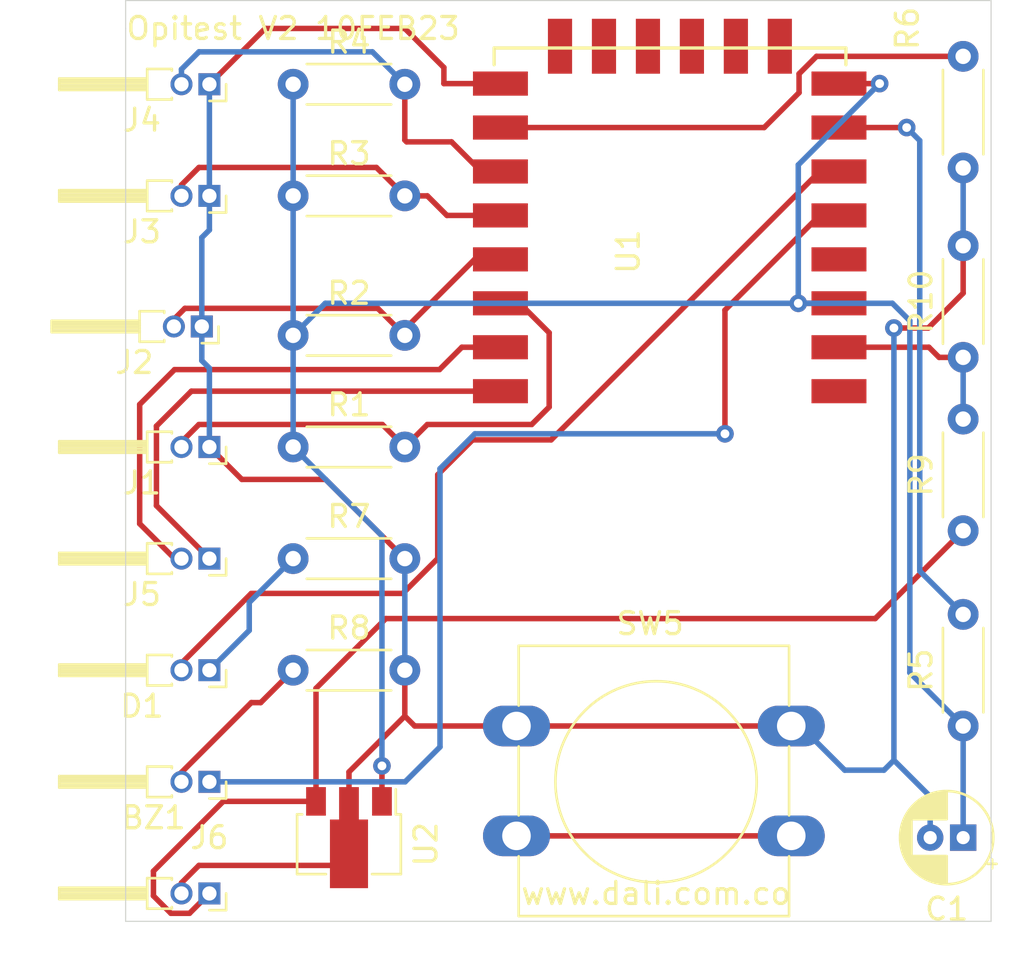
<source format=kicad_pcb>
(kicad_pcb (version 20171130) (host pcbnew "(5.1.10)-1")

  (general
    (thickness 1.6)
    (drawings 7)
    (tracks 152)
    (zones 0)
    (modules 22)
    (nets 26)
  )

  (page A4)
  (layers
    (0 F.Cu signal)
    (31 B.Cu signal)
    (32 B.Adhes user)
    (33 F.Adhes user)
    (34 B.Paste user)
    (35 F.Paste user)
    (36 B.SilkS user)
    (37 F.SilkS user)
    (38 B.Mask user)
    (39 F.Mask user)
    (40 Dwgs.User user)
    (41 Cmts.User user)
    (42 Eco1.User user)
    (43 Eco2.User user)
    (44 Edge.Cuts user)
    (45 Margin user)
    (46 B.CrtYd user)
    (47 F.CrtYd user)
    (48 B.Fab user)
    (49 F.Fab user)
  )

  (setup
    (last_trace_width 0.25)
    (trace_clearance 0.2)
    (zone_clearance 0.508)
    (zone_45_only no)
    (trace_min 0.2)
    (via_size 0.8)
    (via_drill 0.4)
    (via_min_size 0.4)
    (via_min_drill 0.3)
    (uvia_size 0.3)
    (uvia_drill 0.1)
    (uvias_allowed no)
    (uvia_min_size 0.2)
    (uvia_min_drill 0.1)
    (edge_width 0.05)
    (segment_width 0.2)
    (pcb_text_width 0.3)
    (pcb_text_size 1.5 1.5)
    (mod_edge_width 0.12)
    (mod_text_size 1 1)
    (mod_text_width 0.15)
    (pad_size 1.524 1.524)
    (pad_drill 0.762)
    (pad_to_mask_clearance 0)
    (aux_axis_origin 0 0)
    (visible_elements 7FFFFFFF)
    (pcbplotparams
      (layerselection 0x010fc_ffffffff)
      (usegerberextensions false)
      (usegerberattributes true)
      (usegerberadvancedattributes true)
      (creategerberjobfile true)
      (excludeedgelayer true)
      (linewidth 0.100000)
      (plotframeref false)
      (viasonmask false)
      (mode 1)
      (useauxorigin false)
      (hpglpennumber 1)
      (hpglpenspeed 20)
      (hpglpendiameter 15.000000)
      (psnegative false)
      (psa4output false)
      (plotreference true)
      (plotvalue true)
      (plotinvisibletext false)
      (padsonsilk false)
      (subtractmaskfromsilk false)
      (outputformat 1)
      (mirror false)
      (drillshape 0)
      (scaleselection 1)
      (outputdirectory "gerber/"))
  )

  (net 0 "")
  (net 1 /Buzzer_1)
  (net 2 "Net-(BZ1-Pad2)")
  (net 3 VCC)
  (net 4 GND)
  (net 5 "Net-(D1-Pad1)")
  (net 6 /INF)
  (net 7 /MALO)
  (net 8 /REGULAR)
  (net 9 /BUENO)
  (net 10 /EXCELENTE)
  (net 11 /TXD)
  (net 12 /RXD)
  (net 13 /BAT)
  (net 14 "Net-(SW5-Pad2)")
  (net 15 "Net-(U1-Pad1)")
  (net 16 /To_ADC_2)
  (net 17 "Net-(U1-Pad4)")
  (net 18 /CONF)
  (net 19 /To_R5)
  (net 20 "Net-(U1-Pad17)")
  (net 21 "Net-(U1-Pad18)")
  (net 22 "Net-(U1-Pad19)")
  (net 23 "Net-(U1-Pad20)")
  (net 24 "Net-(U1-Pad21)")
  (net 25 "Net-(U1-Pad22)")

  (net_class Default "This is the default net class."
    (clearance 0.2)
    (trace_width 0.25)
    (via_dia 0.8)
    (via_drill 0.4)
    (uvia_dia 0.3)
    (uvia_drill 0.1)
    (add_net /BAT)
    (add_net /BUENO)
    (add_net /Buzzer_1)
    (add_net /CONF)
    (add_net /EXCELENTE)
    (add_net /INF)
    (add_net /MALO)
    (add_net /REGULAR)
    (add_net /RXD)
    (add_net /TXD)
    (add_net /To_ADC_2)
    (add_net /To_R5)
    (add_net GND)
    (add_net "Net-(BZ1-Pad2)")
    (add_net "Net-(D1-Pad1)")
    (add_net "Net-(SW5-Pad2)")
    (add_net "Net-(U1-Pad1)")
    (add_net "Net-(U1-Pad17)")
    (add_net "Net-(U1-Pad18)")
    (add_net "Net-(U1-Pad19)")
    (add_net "Net-(U1-Pad20)")
    (add_net "Net-(U1-Pad21)")
    (add_net "Net-(U1-Pad22)")
    (add_net "Net-(U1-Pad4)")
    (add_net VCC)
  )

  (module ESP:ESP-12E_SMD (layer F.Cu) (tedit 58FB7FFE) (tstamp 63E7390B)
    (at 125.73 81.28 180)
    (descr "Module, ESP-8266, ESP-12, 16 pad, SMD")
    (tags "Module ESP-8266 ESP8266")
    (path /63E6F95F)
    (fp_text reference U1 (at 8.89 6.35 90) (layer F.SilkS)
      (effects (font (size 1 1) (thickness 0.15)))
    )
    (fp_text value ESP-12E (at 5.08 6.35 90) (layer F.Fab) hide
      (effects (font (size 1 1) (thickness 0.15)))
    )
    (fp_line (start -2.25 -0.5) (end -2.25 -8.75) (layer F.CrtYd) (width 0.05))
    (fp_line (start -2.25 -8.75) (end 15.25 -8.75) (layer F.CrtYd) (width 0.05))
    (fp_line (start 15.25 -8.75) (end 16.25 -8.75) (layer F.CrtYd) (width 0.05))
    (fp_line (start 16.25 -8.75) (end 16.25 16) (layer F.CrtYd) (width 0.05))
    (fp_line (start 16.25 16) (end -2.25 16) (layer F.CrtYd) (width 0.05))
    (fp_line (start -2.25 16) (end -2.25 -0.5) (layer F.CrtYd) (width 0.05))
    (fp_line (start -1.016 -8.382) (end 14.986 -8.382) (layer F.CrtYd) (width 0.1524))
    (fp_line (start 14.986 -8.382) (end 14.986 -0.889) (layer F.CrtYd) (width 0.1524))
    (fp_line (start -1.016 -8.382) (end -1.016 -1.016) (layer F.CrtYd) (width 0.1524))
    (fp_line (start -1.016 14.859) (end -1.016 15.621) (layer F.SilkS) (width 0.1524))
    (fp_line (start -1.016 15.621) (end 14.986 15.621) (layer F.SilkS) (width 0.1524))
    (fp_line (start 14.986 15.621) (end 14.986 14.859) (layer F.SilkS) (width 0.1524))
    (fp_line (start 14.992 -8.4) (end -1.008 -2.6) (layer F.CrtYd) (width 0.1524))
    (fp_line (start -1.008 -8.4) (end 14.992 -2.6) (layer F.CrtYd) (width 0.1524))
    (fp_line (start -1.008 -2.6) (end 14.992 -2.6) (layer F.CrtYd) (width 0.1524))
    (fp_line (start 15 -8.4) (end 15 15.6) (layer F.Fab) (width 0.05))
    (fp_line (start 14.992 15.6) (end -1.008 15.6) (layer F.Fab) (width 0.05))
    (fp_line (start -1.008 15.6) (end -1.008 -8.4) (layer F.Fab) (width 0.05))
    (fp_line (start -1.008 -8.4) (end 14.992 -8.4) (layer F.Fab) (width 0.05))
    (fp_text user "No Copper" (at 6.892 -5.4) (layer F.CrtYd)
      (effects (font (size 1 1) (thickness 0.15)))
    )
    (pad 1 smd rect (at 0 0 180) (size 2.5 1.1) (drill (offset -0.7 0)) (layers F.Cu F.Paste F.Mask)
      (net 15 "Net-(U1-Pad1)"))
    (pad 2 smd rect (at 0 2 180) (size 2.5 1.1) (drill (offset -0.7 0)) (layers F.Cu F.Paste F.Mask)
      (net 16 /To_ADC_2))
    (pad 3 smd rect (at 0 4 180) (size 2.5 1.1) (drill (offset -0.7 0)) (layers F.Cu F.Paste F.Mask)
      (net 3 VCC))
    (pad 4 smd rect (at 0 6 180) (size 2.5 1.1) (drill (offset -0.7 0)) (layers F.Cu F.Paste F.Mask)
      (net 17 "Net-(U1-Pad4)"))
    (pad 5 smd rect (at 0 8 180) (size 2.5 1.1) (drill (offset -0.7 0)) (layers F.Cu F.Paste F.Mask)
      (net 1 /Buzzer_1))
    (pad 6 smd rect (at 0 10 180) (size 2.5 1.1) (drill (offset -0.7 0)) (layers F.Cu F.Paste F.Mask)
      (net 6 /INF))
    (pad 7 smd rect (at 0 12 180) (size 2.5 1.1) (drill (offset -0.7 0)) (layers F.Cu F.Paste F.Mask)
      (net 18 /CONF))
    (pad 8 smd rect (at 0 14 180) (size 2.5 1.1) (drill (offset -0.7 0)) (layers F.Cu F.Paste F.Mask)
      (net 3 VCC))
    (pad 9 smd rect (at 14 14 180) (size 2.5 1.1) (drill (offset 0.7 0)) (layers F.Cu F.Paste F.Mask)
      (net 4 GND))
    (pad 10 smd rect (at 14 12 180) (size 2.5 1.1) (drill (offset 0.7 0)) (layers F.Cu F.Paste F.Mask)
      (net 19 /To_R5))
    (pad 11 smd rect (at 14 10 180) (size 2.5 1.1) (drill (offset 0.7 0)) (layers F.Cu F.Paste F.Mask)
      (net 10 /EXCELENTE))
    (pad 12 smd rect (at 14 8 180) (size 2.5 1.1) (drill (offset 0.7 0)) (layers F.Cu F.Paste F.Mask)
      (net 9 /BUENO))
    (pad 13 smd rect (at 14 6 180) (size 2.5 1.1) (drill (offset 0.7 0)) (layers F.Cu F.Paste F.Mask)
      (net 8 /REGULAR))
    (pad 14 smd rect (at 14 4 180) (size 2.5 1.1) (drill (offset 0.7 0)) (layers F.Cu F.Paste F.Mask)
      (net 7 /MALO))
    (pad 15 smd rect (at 14 2 180) (size 2.5 1.1) (drill (offset 0.7 0)) (layers F.Cu F.Paste F.Mask)
      (net 12 /RXD))
    (pad 16 smd rect (at 14 0 180) (size 2.5 1.1) (drill (offset 0.7 0)) (layers F.Cu F.Paste F.Mask)
      (net 11 /TXD))
    (pad 17 smd rect (at 1.99 15 270) (size 2.5 1.1) (drill (offset -0.7 0)) (layers F.Cu F.Paste F.Mask)
      (net 20 "Net-(U1-Pad17)"))
    (pad 18 smd rect (at 3.99 15 270) (size 2.5 1.1) (drill (offset -0.7 0)) (layers F.Cu F.Paste F.Mask)
      (net 21 "Net-(U1-Pad18)"))
    (pad 19 smd rect (at 5.99 15 270) (size 2.5 1.1) (drill (offset -0.7 0)) (layers F.Cu F.Paste F.Mask)
      (net 22 "Net-(U1-Pad19)"))
    (pad 20 smd rect (at 7.99 15 270) (size 2.5 1.1) (drill (offset -0.7 0)) (layers F.Cu F.Paste F.Mask)
      (net 23 "Net-(U1-Pad20)"))
    (pad 21 smd rect (at 9.99 15 270) (size 2.5 1.1) (drill (offset -0.7 0)) (layers F.Cu F.Paste F.Mask)
      (net 24 "Net-(U1-Pad21)"))
    (pad 22 smd rect (at 11.99 15 270) (size 2.5 1.1) (drill (offset -0.7 0)) (layers F.Cu F.Paste F.Mask)
      (net 25 "Net-(U1-Pad22)"))
    (model ${ESPLIB}/ESP8266.3dshapes/ESP-12.wrl
      (at (xyz 0 0 0))
      (scale (xyz 0.3937 0.3937 0.3937))
      (rotate (xyz 0 0 0))
    )
  )

  (module Capacitor:CP_Radial_D4.0mm_P1.50mm (layer F.Cu) (tedit 5AE50EF0) (tstamp 63E72A45)
    (at 132.08 101.6 180)
    (descr "CP, Radial series, Radial, pin pitch=1.50mm, , diameter=4mm, Electrolytic Capacitor")
    (tags "CP Radial series Radial pin pitch 1.50mm  diameter 4mm Electrolytic Capacitor")
    (path /63E8CE2E)
    (fp_text reference C1 (at 0.75 -3.25) (layer F.SilkS)
      (effects (font (size 1 1) (thickness 0.15)))
    )
    (fp_text value 33uF (at 0.75 3.25) (layer F.Fab)
      (effects (font (size 1 1) (thickness 0.15)))
    )
    (fp_circle (center 0.75 0) (end 2.75 0) (layer F.Fab) (width 0.1))
    (fp_circle (center 0.75 0) (end 2.87 0) (layer F.SilkS) (width 0.12))
    (fp_circle (center 0.75 0) (end 3 0) (layer F.CrtYd) (width 0.05))
    (fp_line (start -0.952554 -0.8675) (end -0.552554 -0.8675) (layer F.Fab) (width 0.1))
    (fp_line (start -0.752554 -1.0675) (end -0.752554 -0.6675) (layer F.Fab) (width 0.1))
    (fp_line (start 0.75 0.84) (end 0.75 2.08) (layer F.SilkS) (width 0.12))
    (fp_line (start 0.75 -2.08) (end 0.75 -0.84) (layer F.SilkS) (width 0.12))
    (fp_line (start 0.79 0.84) (end 0.79 2.08) (layer F.SilkS) (width 0.12))
    (fp_line (start 0.79 -2.08) (end 0.79 -0.84) (layer F.SilkS) (width 0.12))
    (fp_line (start 0.83 0.84) (end 0.83 2.079) (layer F.SilkS) (width 0.12))
    (fp_line (start 0.83 -2.079) (end 0.83 -0.84) (layer F.SilkS) (width 0.12))
    (fp_line (start 0.87 -2.077) (end 0.87 -0.84) (layer F.SilkS) (width 0.12))
    (fp_line (start 0.87 0.84) (end 0.87 2.077) (layer F.SilkS) (width 0.12))
    (fp_line (start 0.91 -2.074) (end 0.91 -0.84) (layer F.SilkS) (width 0.12))
    (fp_line (start 0.91 0.84) (end 0.91 2.074) (layer F.SilkS) (width 0.12))
    (fp_line (start 0.95 -2.071) (end 0.95 -0.84) (layer F.SilkS) (width 0.12))
    (fp_line (start 0.95 0.84) (end 0.95 2.071) (layer F.SilkS) (width 0.12))
    (fp_line (start 0.99 -2.067) (end 0.99 -0.84) (layer F.SilkS) (width 0.12))
    (fp_line (start 0.99 0.84) (end 0.99 2.067) (layer F.SilkS) (width 0.12))
    (fp_line (start 1.03 -2.062) (end 1.03 -0.84) (layer F.SilkS) (width 0.12))
    (fp_line (start 1.03 0.84) (end 1.03 2.062) (layer F.SilkS) (width 0.12))
    (fp_line (start 1.07 -2.056) (end 1.07 -0.84) (layer F.SilkS) (width 0.12))
    (fp_line (start 1.07 0.84) (end 1.07 2.056) (layer F.SilkS) (width 0.12))
    (fp_line (start 1.11 -2.05) (end 1.11 -0.84) (layer F.SilkS) (width 0.12))
    (fp_line (start 1.11 0.84) (end 1.11 2.05) (layer F.SilkS) (width 0.12))
    (fp_line (start 1.15 -2.042) (end 1.15 -0.84) (layer F.SilkS) (width 0.12))
    (fp_line (start 1.15 0.84) (end 1.15 2.042) (layer F.SilkS) (width 0.12))
    (fp_line (start 1.19 -2.034) (end 1.19 -0.84) (layer F.SilkS) (width 0.12))
    (fp_line (start 1.19 0.84) (end 1.19 2.034) (layer F.SilkS) (width 0.12))
    (fp_line (start 1.23 -2.025) (end 1.23 -0.84) (layer F.SilkS) (width 0.12))
    (fp_line (start 1.23 0.84) (end 1.23 2.025) (layer F.SilkS) (width 0.12))
    (fp_line (start 1.27 -2.016) (end 1.27 -0.84) (layer F.SilkS) (width 0.12))
    (fp_line (start 1.27 0.84) (end 1.27 2.016) (layer F.SilkS) (width 0.12))
    (fp_line (start 1.31 -2.005) (end 1.31 -0.84) (layer F.SilkS) (width 0.12))
    (fp_line (start 1.31 0.84) (end 1.31 2.005) (layer F.SilkS) (width 0.12))
    (fp_line (start 1.35 -1.994) (end 1.35 -0.84) (layer F.SilkS) (width 0.12))
    (fp_line (start 1.35 0.84) (end 1.35 1.994) (layer F.SilkS) (width 0.12))
    (fp_line (start 1.39 -1.982) (end 1.39 -0.84) (layer F.SilkS) (width 0.12))
    (fp_line (start 1.39 0.84) (end 1.39 1.982) (layer F.SilkS) (width 0.12))
    (fp_line (start 1.43 -1.968) (end 1.43 -0.84) (layer F.SilkS) (width 0.12))
    (fp_line (start 1.43 0.84) (end 1.43 1.968) (layer F.SilkS) (width 0.12))
    (fp_line (start 1.471 -1.954) (end 1.471 -0.84) (layer F.SilkS) (width 0.12))
    (fp_line (start 1.471 0.84) (end 1.471 1.954) (layer F.SilkS) (width 0.12))
    (fp_line (start 1.511 -1.94) (end 1.511 -0.84) (layer F.SilkS) (width 0.12))
    (fp_line (start 1.511 0.84) (end 1.511 1.94) (layer F.SilkS) (width 0.12))
    (fp_line (start 1.551 -1.924) (end 1.551 -0.84) (layer F.SilkS) (width 0.12))
    (fp_line (start 1.551 0.84) (end 1.551 1.924) (layer F.SilkS) (width 0.12))
    (fp_line (start 1.591 -1.907) (end 1.591 -0.84) (layer F.SilkS) (width 0.12))
    (fp_line (start 1.591 0.84) (end 1.591 1.907) (layer F.SilkS) (width 0.12))
    (fp_line (start 1.631 -1.889) (end 1.631 -0.84) (layer F.SilkS) (width 0.12))
    (fp_line (start 1.631 0.84) (end 1.631 1.889) (layer F.SilkS) (width 0.12))
    (fp_line (start 1.671 -1.87) (end 1.671 -0.84) (layer F.SilkS) (width 0.12))
    (fp_line (start 1.671 0.84) (end 1.671 1.87) (layer F.SilkS) (width 0.12))
    (fp_line (start 1.711 -1.851) (end 1.711 -0.84) (layer F.SilkS) (width 0.12))
    (fp_line (start 1.711 0.84) (end 1.711 1.851) (layer F.SilkS) (width 0.12))
    (fp_line (start 1.751 -1.83) (end 1.751 -0.84) (layer F.SilkS) (width 0.12))
    (fp_line (start 1.751 0.84) (end 1.751 1.83) (layer F.SilkS) (width 0.12))
    (fp_line (start 1.791 -1.808) (end 1.791 -0.84) (layer F.SilkS) (width 0.12))
    (fp_line (start 1.791 0.84) (end 1.791 1.808) (layer F.SilkS) (width 0.12))
    (fp_line (start 1.831 -1.785) (end 1.831 -0.84) (layer F.SilkS) (width 0.12))
    (fp_line (start 1.831 0.84) (end 1.831 1.785) (layer F.SilkS) (width 0.12))
    (fp_line (start 1.871 -1.76) (end 1.871 -0.84) (layer F.SilkS) (width 0.12))
    (fp_line (start 1.871 0.84) (end 1.871 1.76) (layer F.SilkS) (width 0.12))
    (fp_line (start 1.911 -1.735) (end 1.911 -0.84) (layer F.SilkS) (width 0.12))
    (fp_line (start 1.911 0.84) (end 1.911 1.735) (layer F.SilkS) (width 0.12))
    (fp_line (start 1.951 -1.708) (end 1.951 -0.84) (layer F.SilkS) (width 0.12))
    (fp_line (start 1.951 0.84) (end 1.951 1.708) (layer F.SilkS) (width 0.12))
    (fp_line (start 1.991 -1.68) (end 1.991 -0.84) (layer F.SilkS) (width 0.12))
    (fp_line (start 1.991 0.84) (end 1.991 1.68) (layer F.SilkS) (width 0.12))
    (fp_line (start 2.031 -1.65) (end 2.031 -0.84) (layer F.SilkS) (width 0.12))
    (fp_line (start 2.031 0.84) (end 2.031 1.65) (layer F.SilkS) (width 0.12))
    (fp_line (start 2.071 -1.619) (end 2.071 -0.84) (layer F.SilkS) (width 0.12))
    (fp_line (start 2.071 0.84) (end 2.071 1.619) (layer F.SilkS) (width 0.12))
    (fp_line (start 2.111 -1.587) (end 2.111 -0.84) (layer F.SilkS) (width 0.12))
    (fp_line (start 2.111 0.84) (end 2.111 1.587) (layer F.SilkS) (width 0.12))
    (fp_line (start 2.151 -1.552) (end 2.151 -0.84) (layer F.SilkS) (width 0.12))
    (fp_line (start 2.151 0.84) (end 2.151 1.552) (layer F.SilkS) (width 0.12))
    (fp_line (start 2.191 -1.516) (end 2.191 -0.84) (layer F.SilkS) (width 0.12))
    (fp_line (start 2.191 0.84) (end 2.191 1.516) (layer F.SilkS) (width 0.12))
    (fp_line (start 2.231 -1.478) (end 2.231 -0.84) (layer F.SilkS) (width 0.12))
    (fp_line (start 2.231 0.84) (end 2.231 1.478) (layer F.SilkS) (width 0.12))
    (fp_line (start 2.271 -1.438) (end 2.271 -0.84) (layer F.SilkS) (width 0.12))
    (fp_line (start 2.271 0.84) (end 2.271 1.438) (layer F.SilkS) (width 0.12))
    (fp_line (start 2.311 -1.396) (end 2.311 -0.84) (layer F.SilkS) (width 0.12))
    (fp_line (start 2.311 0.84) (end 2.311 1.396) (layer F.SilkS) (width 0.12))
    (fp_line (start 2.351 -1.351) (end 2.351 1.351) (layer F.SilkS) (width 0.12))
    (fp_line (start 2.391 -1.304) (end 2.391 1.304) (layer F.SilkS) (width 0.12))
    (fp_line (start 2.431 -1.254) (end 2.431 1.254) (layer F.SilkS) (width 0.12))
    (fp_line (start 2.471 -1.2) (end 2.471 1.2) (layer F.SilkS) (width 0.12))
    (fp_line (start 2.511 -1.142) (end 2.511 1.142) (layer F.SilkS) (width 0.12))
    (fp_line (start 2.551 -1.08) (end 2.551 1.08) (layer F.SilkS) (width 0.12))
    (fp_line (start 2.591 -1.013) (end 2.591 1.013) (layer F.SilkS) (width 0.12))
    (fp_line (start 2.631 -0.94) (end 2.631 0.94) (layer F.SilkS) (width 0.12))
    (fp_line (start 2.671 -0.859) (end 2.671 0.859) (layer F.SilkS) (width 0.12))
    (fp_line (start 2.711 -0.768) (end 2.711 0.768) (layer F.SilkS) (width 0.12))
    (fp_line (start 2.751 -0.664) (end 2.751 0.664) (layer F.SilkS) (width 0.12))
    (fp_line (start 2.791 -0.537) (end 2.791 0.537) (layer F.SilkS) (width 0.12))
    (fp_line (start 2.831 -0.37) (end 2.831 0.37) (layer F.SilkS) (width 0.12))
    (fp_line (start -1.519801 -1.195) (end -1.119801 -1.195) (layer F.SilkS) (width 0.12))
    (fp_line (start -1.319801 -1.395) (end -1.319801 -0.995) (layer F.SilkS) (width 0.12))
    (fp_text user %R (at 0.75 0) (layer F.Fab)
      (effects (font (size 0.8 0.8) (thickness 0.12)))
    )
    (pad 1 thru_hole rect (at 0 0 180) (size 1.2 1.2) (drill 0.6) (layers *.Cu *.Mask)
      (net 3 VCC))
    (pad 2 thru_hole circle (at 1.5 0 180) (size 1.2 1.2) (drill 0.6) (layers *.Cu *.Mask)
      (net 4 GND))
    (model ${KISYS3DMOD}/Capacitor_THT.3dshapes/CP_Radial_D4.0mm_P1.50mm.wrl
      (at (xyz 0 0 0))
      (scale (xyz 1 1 1))
      (rotate (xyz 0 0 0))
    )
  )

  (module Resistor:R_Axial_DIN0204_L3.6mm_D1.6mm_P5.08mm_Horizontal (layer F.Cu) (tedit 5AE5139B) (tstamp 63E73257)
    (at 101.6 83.82)
    (descr "Resistor, Axial_DIN0204 series, Axial, Horizontal, pin pitch=5.08mm, 0.167W, length*diameter=3.6*1.6mm^2, http://cdn-reichelt.de/documents/datenblatt/B400/1_4W%23YAG.pdf")
    (tags "Resistor Axial_DIN0204 series Axial Horizontal pin pitch 5.08mm 0.167W length 3.6mm diameter 1.6mm")
    (path /63E7C501)
    (fp_text reference R1 (at 2.54 -1.92) (layer F.SilkS)
      (effects (font (size 1 1) (thickness 0.15)))
    )
    (fp_text value 1K (at 2.54 1.92) (layer F.Fab)
      (effects (font (size 1 1) (thickness 0.15)))
    )
    (fp_line (start 0.74 -0.8) (end 0.74 0.8) (layer F.Fab) (width 0.1))
    (fp_line (start 0.74 0.8) (end 4.34 0.8) (layer F.Fab) (width 0.1))
    (fp_line (start 4.34 0.8) (end 4.34 -0.8) (layer F.Fab) (width 0.1))
    (fp_line (start 4.34 -0.8) (end 0.74 -0.8) (layer F.Fab) (width 0.1))
    (fp_line (start 0 0) (end 0.74 0) (layer F.Fab) (width 0.1))
    (fp_line (start 5.08 0) (end 4.34 0) (layer F.Fab) (width 0.1))
    (fp_line (start 0.62 -0.92) (end 4.46 -0.92) (layer F.SilkS) (width 0.12))
    (fp_line (start 0.62 0.92) (end 4.46 0.92) (layer F.SilkS) (width 0.12))
    (fp_line (start -0.95 -1.05) (end -0.95 1.05) (layer F.CrtYd) (width 0.05))
    (fp_line (start -0.95 1.05) (end 6.03 1.05) (layer F.CrtYd) (width 0.05))
    (fp_line (start 6.03 1.05) (end 6.03 -1.05) (layer F.CrtYd) (width 0.05))
    (fp_line (start 6.03 -1.05) (end -0.95 -1.05) (layer F.CrtYd) (width 0.05))
    (fp_text user %R (at 2.54 0) (layer F.Fab)
      (effects (font (size 0.72 0.72) (thickness 0.108)))
    )
    (pad 1 thru_hole circle (at 0 0) (size 1.4 1.4) (drill 0.7) (layers *.Cu *.Mask)
      (net 3 VCC))
    (pad 2 thru_hole oval (at 5.08 0) (size 1.4 1.4) (drill 0.7) (layers *.Cu *.Mask)
      (net 7 /MALO))
    (model ${KISYS3DMOD}/Resistor_THT.3dshapes/R_Axial_DIN0204_L3.6mm_D1.6mm_P5.08mm_Horizontal.wrl
      (at (xyz 0 0 0))
      (scale (xyz 1 1 1))
      (rotate (xyz 0 0 0))
    )
  )

  (module Resistor:R_Axial_DIN0204_L3.6mm_D1.6mm_P5.08mm_Horizontal (layer F.Cu) (tedit 5AE5139B) (tstamp 63E72B1D)
    (at 101.6 78.74)
    (descr "Resistor, Axial_DIN0204 series, Axial, Horizontal, pin pitch=5.08mm, 0.167W, length*diameter=3.6*1.6mm^2, http://cdn-reichelt.de/documents/datenblatt/B400/1_4W%23YAG.pdf")
    (tags "Resistor Axial_DIN0204 series Axial Horizontal pin pitch 5.08mm 0.167W length 3.6mm diameter 1.6mm")
    (path /63E7CDBB)
    (fp_text reference R2 (at 2.54 -1.92) (layer F.SilkS)
      (effects (font (size 1 1) (thickness 0.15)))
    )
    (fp_text value 1K (at 2.54 1.92) (layer F.Fab)
      (effects (font (size 1 1) (thickness 0.15)))
    )
    (fp_line (start 6.03 -1.05) (end -0.95 -1.05) (layer F.CrtYd) (width 0.05))
    (fp_line (start 6.03 1.05) (end 6.03 -1.05) (layer F.CrtYd) (width 0.05))
    (fp_line (start -0.95 1.05) (end 6.03 1.05) (layer F.CrtYd) (width 0.05))
    (fp_line (start -0.95 -1.05) (end -0.95 1.05) (layer F.CrtYd) (width 0.05))
    (fp_line (start 0.62 0.92) (end 4.46 0.92) (layer F.SilkS) (width 0.12))
    (fp_line (start 0.62 -0.92) (end 4.46 -0.92) (layer F.SilkS) (width 0.12))
    (fp_line (start 5.08 0) (end 4.34 0) (layer F.Fab) (width 0.1))
    (fp_line (start 0 0) (end 0.74 0) (layer F.Fab) (width 0.1))
    (fp_line (start 4.34 -0.8) (end 0.74 -0.8) (layer F.Fab) (width 0.1))
    (fp_line (start 4.34 0.8) (end 4.34 -0.8) (layer F.Fab) (width 0.1))
    (fp_line (start 0.74 0.8) (end 4.34 0.8) (layer F.Fab) (width 0.1))
    (fp_line (start 0.74 -0.8) (end 0.74 0.8) (layer F.Fab) (width 0.1))
    (fp_text user %R (at 2.54 0) (layer F.Fab)
      (effects (font (size 0.72 0.72) (thickness 0.108)))
    )
    (pad 2 thru_hole oval (at 5.08 0) (size 1.4 1.4) (drill 0.7) (layers *.Cu *.Mask)
      (net 8 /REGULAR))
    (pad 1 thru_hole circle (at 0 0) (size 1.4 1.4) (drill 0.7) (layers *.Cu *.Mask)
      (net 3 VCC))
    (model ${KISYS3DMOD}/Resistor_THT.3dshapes/R_Axial_DIN0204_L3.6mm_D1.6mm_P5.08mm_Horizontal.wrl
      (at (xyz 0 0 0))
      (scale (xyz 1 1 1))
      (rotate (xyz 0 0 0))
    )
  )

  (module Resistor:R_Axial_DIN0204_L3.6mm_D1.6mm_P5.08mm_Horizontal (layer F.Cu) (tedit 5AE5139B) (tstamp 63E73727)
    (at 101.6 72.39)
    (descr "Resistor, Axial_DIN0204 series, Axial, Horizontal, pin pitch=5.08mm, 0.167W, length*diameter=3.6*1.6mm^2, http://cdn-reichelt.de/documents/datenblatt/B400/1_4W%23YAG.pdf")
    (tags "Resistor Axial_DIN0204 series Axial Horizontal pin pitch 5.08mm 0.167W length 3.6mm diameter 1.6mm")
    (path /63E7D5A0)
    (fp_text reference R3 (at 2.54 -1.92) (layer F.SilkS)
      (effects (font (size 1 1) (thickness 0.15)))
    )
    (fp_text value 1K (at 2.54 1.92) (layer F.Fab)
      (effects (font (size 1 1) (thickness 0.15)))
    )
    (fp_line (start 0.74 -0.8) (end 0.74 0.8) (layer F.Fab) (width 0.1))
    (fp_line (start 0.74 0.8) (end 4.34 0.8) (layer F.Fab) (width 0.1))
    (fp_line (start 4.34 0.8) (end 4.34 -0.8) (layer F.Fab) (width 0.1))
    (fp_line (start 4.34 -0.8) (end 0.74 -0.8) (layer F.Fab) (width 0.1))
    (fp_line (start 0 0) (end 0.74 0) (layer F.Fab) (width 0.1))
    (fp_line (start 5.08 0) (end 4.34 0) (layer F.Fab) (width 0.1))
    (fp_line (start 0.62 -0.92) (end 4.46 -0.92) (layer F.SilkS) (width 0.12))
    (fp_line (start 0.62 0.92) (end 4.46 0.92) (layer F.SilkS) (width 0.12))
    (fp_line (start -0.95 -1.05) (end -0.95 1.05) (layer F.CrtYd) (width 0.05))
    (fp_line (start -0.95 1.05) (end 6.03 1.05) (layer F.CrtYd) (width 0.05))
    (fp_line (start 6.03 1.05) (end 6.03 -1.05) (layer F.CrtYd) (width 0.05))
    (fp_line (start 6.03 -1.05) (end -0.95 -1.05) (layer F.CrtYd) (width 0.05))
    (fp_text user %R (at 2.54 0) (layer F.Fab)
      (effects (font (size 0.72 0.72) (thickness 0.108)))
    )
    (pad 1 thru_hole circle (at 0 0) (size 1.4 1.4) (drill 0.7) (layers *.Cu *.Mask)
      (net 3 VCC))
    (pad 2 thru_hole oval (at 5.08 0) (size 1.4 1.4) (drill 0.7) (layers *.Cu *.Mask)
      (net 9 /BUENO))
    (model ${KISYS3DMOD}/Resistor_THT.3dshapes/R_Axial_DIN0204_L3.6mm_D1.6mm_P5.08mm_Horizontal.wrl
      (at (xyz 0 0 0))
      (scale (xyz 1 1 1))
      (rotate (xyz 0 0 0))
    )
  )

  (module Resistor:R_Axial_DIN0204_L3.6mm_D1.6mm_P5.08mm_Horizontal (layer F.Cu) (tedit 5AE5139B) (tstamp 63E72B43)
    (at 101.6 67.31)
    (descr "Resistor, Axial_DIN0204 series, Axial, Horizontal, pin pitch=5.08mm, 0.167W, length*diameter=3.6*1.6mm^2, http://cdn-reichelt.de/documents/datenblatt/B400/1_4W%23YAG.pdf")
    (tags "Resistor Axial_DIN0204 series Axial Horizontal pin pitch 5.08mm 0.167W length 3.6mm diameter 1.6mm")
    (path /63E7FB16)
    (fp_text reference R4 (at 2.54 -1.92) (layer F.SilkS)
      (effects (font (size 1 1) (thickness 0.15)))
    )
    (fp_text value 1K (at 2.54 1.92) (layer F.Fab)
      (effects (font (size 1 1) (thickness 0.15)))
    )
    (fp_line (start 6.03 -1.05) (end -0.95 -1.05) (layer F.CrtYd) (width 0.05))
    (fp_line (start 6.03 1.05) (end 6.03 -1.05) (layer F.CrtYd) (width 0.05))
    (fp_line (start -0.95 1.05) (end 6.03 1.05) (layer F.CrtYd) (width 0.05))
    (fp_line (start -0.95 -1.05) (end -0.95 1.05) (layer F.CrtYd) (width 0.05))
    (fp_line (start 0.62 0.92) (end 4.46 0.92) (layer F.SilkS) (width 0.12))
    (fp_line (start 0.62 -0.92) (end 4.46 -0.92) (layer F.SilkS) (width 0.12))
    (fp_line (start 5.08 0) (end 4.34 0) (layer F.Fab) (width 0.1))
    (fp_line (start 0 0) (end 0.74 0) (layer F.Fab) (width 0.1))
    (fp_line (start 4.34 -0.8) (end 0.74 -0.8) (layer F.Fab) (width 0.1))
    (fp_line (start 4.34 0.8) (end 4.34 -0.8) (layer F.Fab) (width 0.1))
    (fp_line (start 0.74 0.8) (end 4.34 0.8) (layer F.Fab) (width 0.1))
    (fp_line (start 0.74 -0.8) (end 0.74 0.8) (layer F.Fab) (width 0.1))
    (fp_text user %R (at 2.54 0) (layer F.Fab)
      (effects (font (size 0.72 0.72) (thickness 0.108)))
    )
    (pad 2 thru_hole oval (at 5.08 0) (size 1.4 1.4) (drill 0.7) (layers *.Cu *.Mask)
      (net 10 /EXCELENTE))
    (pad 1 thru_hole circle (at 0 0) (size 1.4 1.4) (drill 0.7) (layers *.Cu *.Mask)
      (net 3 VCC))
    (model ${KISYS3DMOD}/Resistor_THT.3dshapes/R_Axial_DIN0204_L3.6mm_D1.6mm_P5.08mm_Horizontal.wrl
      (at (xyz 0 0 0))
      (scale (xyz 1 1 1))
      (rotate (xyz 0 0 0))
    )
  )

  (module Resistor:R_Axial_DIN0204_L3.6mm_D1.6mm_P5.08mm_Horizontal (layer F.Cu) (tedit 5AE5139B) (tstamp 63E73633)
    (at 132.08 96.52 90)
    (descr "Resistor, Axial_DIN0204 series, Axial, Horizontal, pin pitch=5.08mm, 0.167W, length*diameter=3.6*1.6mm^2, http://cdn-reichelt.de/documents/datenblatt/B400/1_4W%23YAG.pdf")
    (tags "Resistor Axial_DIN0204 series Axial Horizontal pin pitch 5.08mm 0.167W length 3.6mm diameter 1.6mm")
    (path /63E90B9F)
    (fp_text reference R5 (at 2.54 -1.92 90) (layer F.SilkS)
      (effects (font (size 1 1) (thickness 0.15)))
    )
    (fp_text value 1K (at 2.54 1.92 90) (layer F.Fab)
      (effects (font (size 1 1) (thickness 0.15)))
    )
    (fp_line (start 6.03 -1.05) (end -0.95 -1.05) (layer F.CrtYd) (width 0.05))
    (fp_line (start 6.03 1.05) (end 6.03 -1.05) (layer F.CrtYd) (width 0.05))
    (fp_line (start -0.95 1.05) (end 6.03 1.05) (layer F.CrtYd) (width 0.05))
    (fp_line (start -0.95 -1.05) (end -0.95 1.05) (layer F.CrtYd) (width 0.05))
    (fp_line (start 0.62 0.92) (end 4.46 0.92) (layer F.SilkS) (width 0.12))
    (fp_line (start 0.62 -0.92) (end 4.46 -0.92) (layer F.SilkS) (width 0.12))
    (fp_line (start 5.08 0) (end 4.34 0) (layer F.Fab) (width 0.1))
    (fp_line (start 0 0) (end 0.74 0) (layer F.Fab) (width 0.1))
    (fp_line (start 4.34 -0.8) (end 0.74 -0.8) (layer F.Fab) (width 0.1))
    (fp_line (start 4.34 0.8) (end 4.34 -0.8) (layer F.Fab) (width 0.1))
    (fp_line (start 0.74 0.8) (end 4.34 0.8) (layer F.Fab) (width 0.1))
    (fp_line (start 0.74 -0.8) (end 0.74 0.8) (layer F.Fab) (width 0.1))
    (fp_text user %R (at 2.54 0 90) (layer F.Fab)
      (effects (font (size 0.72 0.72) (thickness 0.108)))
    )
    (pad 2 thru_hole oval (at 5.08 0 90) (size 1.4 1.4) (drill 0.7) (layers *.Cu *.Mask)
      (net 18 /CONF))
    (pad 1 thru_hole circle (at 0 0 90) (size 1.4 1.4) (drill 0.7) (layers *.Cu *.Mask)
      (net 3 VCC))
    (model ${KISYS3DMOD}/Resistor_THT.3dshapes/R_Axial_DIN0204_L3.6mm_D1.6mm_P5.08mm_Horizontal.wrl
      (at (xyz 0 0 0))
      (scale (xyz 1 1 1))
      (rotate (xyz 0 0 0))
    )
  )

  (module Resistor:R_Axial_DIN0204_L3.6mm_D1.6mm_P5.08mm_Horizontal (layer F.Cu) (tedit 5AE5139B) (tstamp 63E72B69)
    (at 132.08 66.04 270)
    (descr "Resistor, Axial_DIN0204 series, Axial, Horizontal, pin pitch=5.08mm, 0.167W, length*diameter=3.6*1.6mm^2, http://cdn-reichelt.de/documents/datenblatt/B400/1_4W%23YAG.pdf")
    (tags "Resistor Axial_DIN0204 series Axial Horizontal pin pitch 5.08mm 0.167W length 3.6mm diameter 1.6mm")
    (path /63E8A5BA)
    (fp_text reference R6 (at -1.27 2.54 90) (layer F.SilkS)
      (effects (font (size 1 1) (thickness 0.15)))
    )
    (fp_text value 1K (at 2.54 1.92 90) (layer F.Fab)
      (effects (font (size 1 1) (thickness 0.15)))
    )
    (fp_line (start 0.74 -0.8) (end 0.74 0.8) (layer F.Fab) (width 0.1))
    (fp_line (start 0.74 0.8) (end 4.34 0.8) (layer F.Fab) (width 0.1))
    (fp_line (start 4.34 0.8) (end 4.34 -0.8) (layer F.Fab) (width 0.1))
    (fp_line (start 4.34 -0.8) (end 0.74 -0.8) (layer F.Fab) (width 0.1))
    (fp_line (start 0 0) (end 0.74 0) (layer F.Fab) (width 0.1))
    (fp_line (start 5.08 0) (end 4.34 0) (layer F.Fab) (width 0.1))
    (fp_line (start 0.62 -0.92) (end 4.46 -0.92) (layer F.SilkS) (width 0.12))
    (fp_line (start 0.62 0.92) (end 4.46 0.92) (layer F.SilkS) (width 0.12))
    (fp_line (start -0.95 -1.05) (end -0.95 1.05) (layer F.CrtYd) (width 0.05))
    (fp_line (start -0.95 1.05) (end 6.03 1.05) (layer F.CrtYd) (width 0.05))
    (fp_line (start 6.03 1.05) (end 6.03 -1.05) (layer F.CrtYd) (width 0.05))
    (fp_line (start 6.03 -1.05) (end -0.95 -1.05) (layer F.CrtYd) (width 0.05))
    (fp_text user %R (at 2.54 0 90) (layer F.Fab)
      (effects (font (size 0.72 0.72) (thickness 0.108)))
    )
    (pad 1 thru_hole circle (at 0 0 270) (size 1.4 1.4) (drill 0.7) (layers *.Cu *.Mask)
      (net 19 /To_R5))
    (pad 2 thru_hole oval (at 5.08 0 270) (size 1.4 1.4) (drill 0.7) (layers *.Cu *.Mask)
      (net 4 GND))
    (model ${KISYS3DMOD}/Resistor_THT.3dshapes/R_Axial_DIN0204_L3.6mm_D1.6mm_P5.08mm_Horizontal.wrl
      (at (xyz 0 0 0))
      (scale (xyz 1 1 1))
      (rotate (xyz 0 0 0))
    )
  )

  (module Resistor:R_Axial_DIN0204_L3.6mm_D1.6mm_P5.08mm_Horizontal (layer F.Cu) (tedit 5AE5139B) (tstamp 63E732D7)
    (at 101.6 88.9)
    (descr "Resistor, Axial_DIN0204 series, Axial, Horizontal, pin pitch=5.08mm, 0.167W, length*diameter=3.6*1.6mm^2, http://cdn-reichelt.de/documents/datenblatt/B400/1_4W%23YAG.pdf")
    (tags "Resistor Axial_DIN0204 series Axial Horizontal pin pitch 5.08mm 0.167W length 3.6mm diameter 1.6mm")
    (path /63E98FED)
    (fp_text reference R7 (at 2.54 -1.92) (layer F.SilkS)
      (effects (font (size 1 1) (thickness 0.15)))
    )
    (fp_text value 150 (at 2.54 1.92) (layer F.Fab)
      (effects (font (size 1 1) (thickness 0.15)))
    )
    (fp_line (start 0.74 -0.8) (end 0.74 0.8) (layer F.Fab) (width 0.1))
    (fp_line (start 0.74 0.8) (end 4.34 0.8) (layer F.Fab) (width 0.1))
    (fp_line (start 4.34 0.8) (end 4.34 -0.8) (layer F.Fab) (width 0.1))
    (fp_line (start 4.34 -0.8) (end 0.74 -0.8) (layer F.Fab) (width 0.1))
    (fp_line (start 0 0) (end 0.74 0) (layer F.Fab) (width 0.1))
    (fp_line (start 5.08 0) (end 4.34 0) (layer F.Fab) (width 0.1))
    (fp_line (start 0.62 -0.92) (end 4.46 -0.92) (layer F.SilkS) (width 0.12))
    (fp_line (start 0.62 0.92) (end 4.46 0.92) (layer F.SilkS) (width 0.12))
    (fp_line (start -0.95 -1.05) (end -0.95 1.05) (layer F.CrtYd) (width 0.05))
    (fp_line (start -0.95 1.05) (end 6.03 1.05) (layer F.CrtYd) (width 0.05))
    (fp_line (start 6.03 1.05) (end 6.03 -1.05) (layer F.CrtYd) (width 0.05))
    (fp_line (start 6.03 -1.05) (end -0.95 -1.05) (layer F.CrtYd) (width 0.05))
    (fp_text user %R (at 2.54 0) (layer F.Fab)
      (effects (font (size 0.72 0.72) (thickness 0.108)))
    )
    (pad 1 thru_hole circle (at 0 0) (size 1.4 1.4) (drill 0.7) (layers *.Cu *.Mask)
      (net 5 "Net-(D1-Pad1)"))
    (pad 2 thru_hole oval (at 5.08 0) (size 1.4 1.4) (drill 0.7) (layers *.Cu *.Mask)
      (net 4 GND))
    (model ${KISYS3DMOD}/Resistor_THT.3dshapes/R_Axial_DIN0204_L3.6mm_D1.6mm_P5.08mm_Horizontal.wrl
      (at (xyz 0 0 0))
      (scale (xyz 1 1 1))
      (rotate (xyz 0 0 0))
    )
  )

  (module Resistor:R_Axial_DIN0204_L3.6mm_D1.6mm_P5.08mm_Horizontal (layer F.Cu) (tedit 5AE5139B) (tstamp 63E72B8F)
    (at 101.6 93.98)
    (descr "Resistor, Axial_DIN0204 series, Axial, Horizontal, pin pitch=5.08mm, 0.167W, length*diameter=3.6*1.6mm^2, http://cdn-reichelt.de/documents/datenblatt/B400/1_4W%23YAG.pdf")
    (tags "Resistor Axial_DIN0204 series Axial Horizontal pin pitch 5.08mm 0.167W length 3.6mm diameter 1.6mm")
    (path /63E9F2F8)
    (fp_text reference R8 (at 2.54 -1.92) (layer F.SilkS)
      (effects (font (size 1 1) (thickness 0.15)))
    )
    (fp_text value 150 (at 2.54 1.92) (layer F.Fab)
      (effects (font (size 1 1) (thickness 0.15)))
    )
    (fp_line (start 6.03 -1.05) (end -0.95 -1.05) (layer F.CrtYd) (width 0.05))
    (fp_line (start 6.03 1.05) (end 6.03 -1.05) (layer F.CrtYd) (width 0.05))
    (fp_line (start -0.95 1.05) (end 6.03 1.05) (layer F.CrtYd) (width 0.05))
    (fp_line (start -0.95 -1.05) (end -0.95 1.05) (layer F.CrtYd) (width 0.05))
    (fp_line (start 0.62 0.92) (end 4.46 0.92) (layer F.SilkS) (width 0.12))
    (fp_line (start 0.62 -0.92) (end 4.46 -0.92) (layer F.SilkS) (width 0.12))
    (fp_line (start 5.08 0) (end 4.34 0) (layer F.Fab) (width 0.1))
    (fp_line (start 0 0) (end 0.74 0) (layer F.Fab) (width 0.1))
    (fp_line (start 4.34 -0.8) (end 0.74 -0.8) (layer F.Fab) (width 0.1))
    (fp_line (start 4.34 0.8) (end 4.34 -0.8) (layer F.Fab) (width 0.1))
    (fp_line (start 0.74 0.8) (end 4.34 0.8) (layer F.Fab) (width 0.1))
    (fp_line (start 0.74 -0.8) (end 0.74 0.8) (layer F.Fab) (width 0.1))
    (fp_text user %R (at 2.54 0) (layer F.Fab)
      (effects (font (size 0.72 0.72) (thickness 0.108)))
    )
    (pad 2 thru_hole oval (at 5.08 0) (size 1.4 1.4) (drill 0.7) (layers *.Cu *.Mask)
      (net 4 GND))
    (pad 1 thru_hole circle (at 0 0) (size 1.4 1.4) (drill 0.7) (layers *.Cu *.Mask)
      (net 2 "Net-(BZ1-Pad2)"))
    (model ${KISYS3DMOD}/Resistor_THT.3dshapes/R_Axial_DIN0204_L3.6mm_D1.6mm_P5.08mm_Horizontal.wrl
      (at (xyz 0 0 0))
      (scale (xyz 1 1 1))
      (rotate (xyz 0 0 0))
    )
  )

  (module Resistor:R_Axial_DIN0204_L3.6mm_D1.6mm_P5.08mm_Horizontal (layer F.Cu) (tedit 5AE5139B) (tstamp 63E72BA2)
    (at 132.08 87.63 90)
    (descr "Resistor, Axial_DIN0204 series, Axial, Horizontal, pin pitch=5.08mm, 0.167W, length*diameter=3.6*1.6mm^2, http://cdn-reichelt.de/documents/datenblatt/B400/1_4W%23YAG.pdf")
    (tags "Resistor Axial_DIN0204 series Axial Horizontal pin pitch 5.08mm 0.167W length 3.6mm diameter 1.6mm")
    (path /63EAE944)
    (fp_text reference R9 (at 2.54 -1.92 90) (layer F.SilkS)
      (effects (font (size 1 1) (thickness 0.15)))
    )
    (fp_text value R (at 2.54 1.92 90) (layer F.Fab)
      (effects (font (size 1 1) (thickness 0.15)))
    )
    (fp_line (start 0.74 -0.8) (end 0.74 0.8) (layer F.Fab) (width 0.1))
    (fp_line (start 0.74 0.8) (end 4.34 0.8) (layer F.Fab) (width 0.1))
    (fp_line (start 4.34 0.8) (end 4.34 -0.8) (layer F.Fab) (width 0.1))
    (fp_line (start 4.34 -0.8) (end 0.74 -0.8) (layer F.Fab) (width 0.1))
    (fp_line (start 0 0) (end 0.74 0) (layer F.Fab) (width 0.1))
    (fp_line (start 5.08 0) (end 4.34 0) (layer F.Fab) (width 0.1))
    (fp_line (start 0.62 -0.92) (end 4.46 -0.92) (layer F.SilkS) (width 0.12))
    (fp_line (start 0.62 0.92) (end 4.46 0.92) (layer F.SilkS) (width 0.12))
    (fp_line (start -0.95 -1.05) (end -0.95 1.05) (layer F.CrtYd) (width 0.05))
    (fp_line (start -0.95 1.05) (end 6.03 1.05) (layer F.CrtYd) (width 0.05))
    (fp_line (start 6.03 1.05) (end 6.03 -1.05) (layer F.CrtYd) (width 0.05))
    (fp_line (start 6.03 -1.05) (end -0.95 -1.05) (layer F.CrtYd) (width 0.05))
    (fp_text user %R (at 2.54 0 90) (layer F.Fab)
      (effects (font (size 0.72 0.72) (thickness 0.108)))
    )
    (pad 1 thru_hole circle (at 0 0 90) (size 1.4 1.4) (drill 0.7) (layers *.Cu *.Mask)
      (net 13 /BAT))
    (pad 2 thru_hole oval (at 5.08 0 90) (size 1.4 1.4) (drill 0.7) (layers *.Cu *.Mask)
      (net 16 /To_ADC_2))
    (model ${KISYS3DMOD}/Resistor_THT.3dshapes/R_Axial_DIN0204_L3.6mm_D1.6mm_P5.08mm_Horizontal.wrl
      (at (xyz 0 0 0))
      (scale (xyz 1 1 1))
      (rotate (xyz 0 0 0))
    )
  )

  (module Resistor:R_Axial_DIN0204_L3.6mm_D1.6mm_P5.08mm_Horizontal (layer F.Cu) (tedit 5AE5139B) (tstamp 63E72BB5)
    (at 132.08 79.74 90)
    (descr "Resistor, Axial_DIN0204 series, Axial, Horizontal, pin pitch=5.08mm, 0.167W, length*diameter=3.6*1.6mm^2, http://cdn-reichelt.de/documents/datenblatt/B400/1_4W%23YAG.pdf")
    (tags "Resistor Axial_DIN0204 series Axial Horizontal pin pitch 5.08mm 0.167W length 3.6mm diameter 1.6mm")
    (path /63EAF1F2)
    (fp_text reference R10 (at 2.54 -1.92 90) (layer F.SilkS)
      (effects (font (size 1 1) (thickness 0.15)))
    )
    (fp_text value R (at 2.54 1.92 90) (layer F.Fab)
      (effects (font (size 1 1) (thickness 0.15)))
    )
    (fp_line (start 6.03 -1.05) (end -0.95 -1.05) (layer F.CrtYd) (width 0.05))
    (fp_line (start 6.03 1.05) (end 6.03 -1.05) (layer F.CrtYd) (width 0.05))
    (fp_line (start -0.95 1.05) (end 6.03 1.05) (layer F.CrtYd) (width 0.05))
    (fp_line (start -0.95 -1.05) (end -0.95 1.05) (layer F.CrtYd) (width 0.05))
    (fp_line (start 0.62 0.92) (end 4.46 0.92) (layer F.SilkS) (width 0.12))
    (fp_line (start 0.62 -0.92) (end 4.46 -0.92) (layer F.SilkS) (width 0.12))
    (fp_line (start 5.08 0) (end 4.34 0) (layer F.Fab) (width 0.1))
    (fp_line (start 0 0) (end 0.74 0) (layer F.Fab) (width 0.1))
    (fp_line (start 4.34 -0.8) (end 0.74 -0.8) (layer F.Fab) (width 0.1))
    (fp_line (start 4.34 0.8) (end 4.34 -0.8) (layer F.Fab) (width 0.1))
    (fp_line (start 0.74 0.8) (end 4.34 0.8) (layer F.Fab) (width 0.1))
    (fp_line (start 0.74 -0.8) (end 0.74 0.8) (layer F.Fab) (width 0.1))
    (fp_text user %R (at 2.54 0 90) (layer F.Fab)
      (effects (font (size 0.72 0.72) (thickness 0.108)))
    )
    (pad 2 thru_hole oval (at 5.08 0 90) (size 1.4 1.4) (drill 0.7) (layers *.Cu *.Mask)
      (net 4 GND))
    (pad 1 thru_hole circle (at 0 0 90) (size 1.4 1.4) (drill 0.7) (layers *.Cu *.Mask)
      (net 16 /To_ADC_2))
    (model ${KISYS3DMOD}/Resistor_THT.3dshapes/R_Axial_DIN0204_L3.6mm_D1.6mm_P5.08mm_Horizontal.wrl
      (at (xyz 0 0 0))
      (scale (xyz 1 1 1))
      (rotate (xyz 0 0 0))
    )
  )

  (module Header:PinHeader_2x01_P1.27mm_Horizontal (layer F.Cu) (tedit 59FED6E3) (tstamp 63E739FC)
    (at 97.79 88.9 180)
    (descr "Through hole angled pin header, 2x01, 1.27mm pitch, 4.0mm pin length, double rows")
    (tags "Through hole angled pin header THT 2x01 1.27mm double row")
    (path /63EA9F50)
    (fp_text reference J5 (at 3.0675 -1.635) (layer F.SilkS)
      (effects (font (size 1 1) (thickness 0.15)))
    )
    (fp_text value Programmer (at 3.0675 1.635) (layer F.Fab)
      (effects (font (size 1 1) (thickness 0.15)))
    )
    (fp_line (start 2.02 -0.635) (end 2.77 -0.635) (layer F.Fab) (width 0.1))
    (fp_line (start 2.77 -0.635) (end 2.77 0.635) (layer F.Fab) (width 0.1))
    (fp_line (start 2.77 0.635) (end 1.77 0.635) (layer F.Fab) (width 0.1))
    (fp_line (start 1.77 0.635) (end 1.77 -0.385) (layer F.Fab) (width 0.1))
    (fp_line (start 1.77 -0.385) (end 2.02 -0.635) (layer F.Fab) (width 0.1))
    (fp_line (start -0.2 -0.2) (end 1.77 -0.2) (layer F.Fab) (width 0.1))
    (fp_line (start -0.2 -0.2) (end -0.2 0.2) (layer F.Fab) (width 0.1))
    (fp_line (start -0.2 0.2) (end 1.77 0.2) (layer F.Fab) (width 0.1))
    (fp_line (start 2.77 -0.2) (end 6.77 -0.2) (layer F.Fab) (width 0.1))
    (fp_line (start 6.77 -0.2) (end 6.77 0.2) (layer F.Fab) (width 0.1))
    (fp_line (start 2.77 0.2) (end 6.77 0.2) (layer F.Fab) (width 0.1))
    (fp_line (start 1.71 -0.619677) (end 1.71 -0.695) (layer F.SilkS) (width 0.12))
    (fp_line (start 1.71 -0.695) (end 2.83 -0.695) (layer F.SilkS) (width 0.12))
    (fp_line (start 2.83 -0.695) (end 2.83 0.695) (layer F.SilkS) (width 0.12))
    (fp_line (start 2.83 0.695) (end 1.71 0.695) (layer F.SilkS) (width 0.12))
    (fp_line (start 1.71 0.695) (end 1.71 0.619677) (layer F.SilkS) (width 0.12))
    (fp_line (start 2.83 -0.26) (end 6.83 -0.26) (layer F.SilkS) (width 0.12))
    (fp_line (start 6.83 -0.26) (end 6.83 0.26) (layer F.SilkS) (width 0.12))
    (fp_line (start 6.83 0.26) (end 2.83 0.26) (layer F.SilkS) (width 0.12))
    (fp_line (start 2.83 -0.2) (end 6.83 -0.2) (layer F.SilkS) (width 0.12))
    (fp_line (start 2.83 -0.08) (end 6.83 -0.08) (layer F.SilkS) (width 0.12))
    (fp_line (start 2.83 0.04) (end 6.83 0.04) (layer F.SilkS) (width 0.12))
    (fp_line (start 2.83 0.16) (end 6.83 0.16) (layer F.SilkS) (width 0.12))
    (fp_line (start -0.76 0) (end -0.76 -0.76) (layer F.SilkS) (width 0.12))
    (fp_line (start -0.76 -0.76) (end 0 -0.76) (layer F.SilkS) (width 0.12))
    (fp_line (start -1.15 -1.15) (end -1.15 1.15) (layer F.CrtYd) (width 0.05))
    (fp_line (start -1.15 1.15) (end 7.3 1.15) (layer F.CrtYd) (width 0.05))
    (fp_line (start 7.3 1.15) (end 7.3 -1.15) (layer F.CrtYd) (width 0.05))
    (fp_line (start 7.3 -1.15) (end -1.15 -1.15) (layer F.CrtYd) (width 0.05))
    (fp_text user %R (at 2.27 0 90) (layer F.Fab)
      (effects (font (size 0.6 0.6) (thickness 0.09)))
    )
    (pad 1 thru_hole rect (at 0 0 180) (size 1 1) (drill 0.65) (layers *.Cu *.Mask)
      (net 11 /TXD))
    (pad 2 thru_hole oval (at 1.27 0 180) (size 1 1) (drill 0.65) (layers *.Cu *.Mask)
      (net 12 /RXD))
    (model ${KISYS3DMOD}/Connector_PinHeader_1.27mm.3dshapes/PinHeader_2x01_P1.27mm_Horizontal.wrl
      (at (xyz 0 0 0))
      (scale (xyz 1 1 1))
      (rotate (xyz 0 0 0))
    )
  )

  (module REG:SOT-89-3 (layer F.Cu) (tedit 5C33D6E8) (tstamp 63E7414C)
    (at 104.14 101.6 270)
    (descr "SOT-89-3, http://ww1.microchip.com/downloads/en/DeviceDoc/3L_SOT-89_MB_C04-029C.pdf")
    (tags SOT-89-3)
    (path /63E8740C)
    (attr smd)
    (fp_text reference U2 (at 0.3 -3.5 90) (layer F.SilkS)
      (effects (font (size 1 1) (thickness 0.15)))
    )
    (fp_text value L78L33_SOT89 (at 0.3 3.5 90) (layer F.Fab)
      (effects (font (size 1 1) (thickness 0.15)))
    )
    (fp_line (start 1.66 1.05) (end 1.66 2.36) (layer F.SilkS) (width 0.12))
    (fp_line (start 1.66 2.36) (end -1.06 2.36) (layer F.SilkS) (width 0.12))
    (fp_line (start -2.2 -2.13) (end -1.06 -2.13) (layer F.SilkS) (width 0.12))
    (fp_line (start 1.66 -2.36) (end 1.66 -1.05) (layer F.SilkS) (width 0.12))
    (fp_line (start -0.95 -1.25) (end 0.05 -2.25) (layer F.Fab) (width 0.1))
    (fp_line (start 1.55 -2.25) (end 1.55 2.25) (layer F.Fab) (width 0.1))
    (fp_line (start 1.55 2.25) (end -0.95 2.25) (layer F.Fab) (width 0.1))
    (fp_line (start -0.95 2.25) (end -0.95 -1.25) (layer F.Fab) (width 0.1))
    (fp_line (start 0.05 -2.25) (end 1.55 -2.25) (layer F.Fab) (width 0.1))
    (fp_line (start 2.55 -2.5) (end 2.55 2.5) (layer F.CrtYd) (width 0.05))
    (fp_line (start 2.55 -2.5) (end -2.55 -2.5) (layer F.CrtYd) (width 0.05))
    (fp_line (start -2.55 2.5) (end 2.55 2.5) (layer F.CrtYd) (width 0.05))
    (fp_line (start -2.55 2.5) (end -2.55 -2.5) (layer F.CrtYd) (width 0.05))
    (fp_line (start -1.06 -2.36) (end 1.66 -2.36) (layer F.SilkS) (width 0.12))
    (fp_line (start -1.06 -2.36) (end -1.06 -2.13) (layer F.SilkS) (width 0.12))
    (fp_line (start -1.06 2.36) (end -1.06 2.13) (layer F.SilkS) (width 0.12))
    (fp_text user %R (at 0.5 0) (layer F.Fab)
      (effects (font (size 1 1) (thickness 0.15)))
    )
    (pad 1 smd rect (at -1.65 -1.5 270) (size 1.3 0.9) (layers F.Cu F.Paste F.Mask)
      (net 3 VCC))
    (pad 3 smd rect (at -1.65 1.5 270) (size 1.3 0.9) (layers F.Cu F.Paste F.Mask)
      (net 13 /BAT))
    (pad 2 smd custom (at -1.5625 0 270) (size 1.475 0.9) (layers F.Cu F.Paste F.Mask)
      (net 4 GND) (zone_connect 2)
      (options (clearance outline) (anchor rect))
      (primitives
        (gr_poly (pts
           (xy 0.7375 -0.8665) (xy 3.8625 -0.8665) (xy 3.8625 0.8665) (xy 0.7375 0.8665)) (width 0))
      ))
    (model ${KISYS3DMOD}/Package_TO_SOT_SMD.3dshapes/SOT-89-3.wrl
      (at (xyz 0 0 0))
      (scale (xyz 1 1 1))
      (rotate (xyz 0 0 0))
    )
  )

  (module Header:PinHeader_2x01_P1.27mm_Horizontal (layer F.Cu) (tedit 59FED6E3) (tstamp 63E746CB)
    (at 97.79 99.06 180)
    (descr "Through hole angled pin header, 2x01, 1.27mm pitch, 4.0mm pin length, double rows")
    (tags "Through hole angled pin header THT 2x01 1.27mm double row")
    (path /63EA14D8)
    (fp_text reference BZ1 (at 2.54 -1.635) (layer F.SilkS)
      (effects (font (size 1 1) (thickness 0.15)))
    )
    (fp_text value Buzzer (at 3.0675 1.635) (layer F.Fab)
      (effects (font (size 1 1) (thickness 0.15)))
    )
    (fp_line (start 7.3 -1.15) (end -1.15 -1.15) (layer F.CrtYd) (width 0.05))
    (fp_line (start 7.3 1.15) (end 7.3 -1.15) (layer F.CrtYd) (width 0.05))
    (fp_line (start -1.15 1.15) (end 7.3 1.15) (layer F.CrtYd) (width 0.05))
    (fp_line (start -1.15 -1.15) (end -1.15 1.15) (layer F.CrtYd) (width 0.05))
    (fp_line (start -0.76 -0.76) (end 0 -0.76) (layer F.SilkS) (width 0.12))
    (fp_line (start -0.76 0) (end -0.76 -0.76) (layer F.SilkS) (width 0.12))
    (fp_line (start 2.83 0.16) (end 6.83 0.16) (layer F.SilkS) (width 0.12))
    (fp_line (start 2.83 0.04) (end 6.83 0.04) (layer F.SilkS) (width 0.12))
    (fp_line (start 2.83 -0.08) (end 6.83 -0.08) (layer F.SilkS) (width 0.12))
    (fp_line (start 2.83 -0.2) (end 6.83 -0.2) (layer F.SilkS) (width 0.12))
    (fp_line (start 6.83 0.26) (end 2.83 0.26) (layer F.SilkS) (width 0.12))
    (fp_line (start 6.83 -0.26) (end 6.83 0.26) (layer F.SilkS) (width 0.12))
    (fp_line (start 2.83 -0.26) (end 6.83 -0.26) (layer F.SilkS) (width 0.12))
    (fp_line (start 1.71 0.695) (end 1.71 0.619677) (layer F.SilkS) (width 0.12))
    (fp_line (start 2.83 0.695) (end 1.71 0.695) (layer F.SilkS) (width 0.12))
    (fp_line (start 2.83 -0.695) (end 2.83 0.695) (layer F.SilkS) (width 0.12))
    (fp_line (start 1.71 -0.695) (end 2.83 -0.695) (layer F.SilkS) (width 0.12))
    (fp_line (start 1.71 -0.619677) (end 1.71 -0.695) (layer F.SilkS) (width 0.12))
    (fp_line (start 2.77 0.2) (end 6.77 0.2) (layer F.Fab) (width 0.1))
    (fp_line (start 6.77 -0.2) (end 6.77 0.2) (layer F.Fab) (width 0.1))
    (fp_line (start 2.77 -0.2) (end 6.77 -0.2) (layer F.Fab) (width 0.1))
    (fp_line (start -0.2 0.2) (end 1.77 0.2) (layer F.Fab) (width 0.1))
    (fp_line (start -0.2 -0.2) (end -0.2 0.2) (layer F.Fab) (width 0.1))
    (fp_line (start -0.2 -0.2) (end 1.77 -0.2) (layer F.Fab) (width 0.1))
    (fp_line (start 1.77 -0.385) (end 2.02 -0.635) (layer F.Fab) (width 0.1))
    (fp_line (start 1.77 0.635) (end 1.77 -0.385) (layer F.Fab) (width 0.1))
    (fp_line (start 2.77 0.635) (end 1.77 0.635) (layer F.Fab) (width 0.1))
    (fp_line (start 2.77 -0.635) (end 2.77 0.635) (layer F.Fab) (width 0.1))
    (fp_line (start 2.02 -0.635) (end 2.77 -0.635) (layer F.Fab) (width 0.1))
    (fp_text user %R (at 2.27 0 90) (layer F.Fab)
      (effects (font (size 0.6 0.6) (thickness 0.09)))
    )
    (pad 2 thru_hole oval (at 1.27 0 180) (size 1 1) (drill 0.65) (layers *.Cu *.Mask)
      (net 2 "Net-(BZ1-Pad2)"))
    (pad 1 thru_hole rect (at 0 0 180) (size 1 1) (drill 0.65) (layers *.Cu *.Mask)
      (net 1 /Buzzer_1))
    (model ${KISYS3DMOD}/Connector_PinHeader_1.27mm.3dshapes/PinHeader_2x01_P1.27mm_Horizontal.wrl
      (at (xyz 0 0 0))
      (scale (xyz 1 1 1))
      (rotate (xyz 0 0 0))
    )
  )

  (module Header:PinHeader_2x01_P1.27mm_Horizontal (layer F.Cu) (tedit 59FED6E3) (tstamp 63E746EE)
    (at 97.79 93.98 180)
    (descr "Through hole angled pin header, 2x01, 1.27mm pitch, 4.0mm pin length, double rows")
    (tags "Through hole angled pin header THT 2x01 1.27mm double row")
    (path /63E95AE5)
    (fp_text reference D1 (at 3.0675 -1.635) (layer F.SilkS)
      (effects (font (size 1 1) (thickness 0.15)))
    )
    (fp_text value LED (at 3.0675 1.635) (layer F.Fab)
      (effects (font (size 1 1) (thickness 0.15)))
    )
    (fp_line (start 2.02 -0.635) (end 2.77 -0.635) (layer F.Fab) (width 0.1))
    (fp_line (start 2.77 -0.635) (end 2.77 0.635) (layer F.Fab) (width 0.1))
    (fp_line (start 2.77 0.635) (end 1.77 0.635) (layer F.Fab) (width 0.1))
    (fp_line (start 1.77 0.635) (end 1.77 -0.385) (layer F.Fab) (width 0.1))
    (fp_line (start 1.77 -0.385) (end 2.02 -0.635) (layer F.Fab) (width 0.1))
    (fp_line (start -0.2 -0.2) (end 1.77 -0.2) (layer F.Fab) (width 0.1))
    (fp_line (start -0.2 -0.2) (end -0.2 0.2) (layer F.Fab) (width 0.1))
    (fp_line (start -0.2 0.2) (end 1.77 0.2) (layer F.Fab) (width 0.1))
    (fp_line (start 2.77 -0.2) (end 6.77 -0.2) (layer F.Fab) (width 0.1))
    (fp_line (start 6.77 -0.2) (end 6.77 0.2) (layer F.Fab) (width 0.1))
    (fp_line (start 2.77 0.2) (end 6.77 0.2) (layer F.Fab) (width 0.1))
    (fp_line (start 1.71 -0.619677) (end 1.71 -0.695) (layer F.SilkS) (width 0.12))
    (fp_line (start 1.71 -0.695) (end 2.83 -0.695) (layer F.SilkS) (width 0.12))
    (fp_line (start 2.83 -0.695) (end 2.83 0.695) (layer F.SilkS) (width 0.12))
    (fp_line (start 2.83 0.695) (end 1.71 0.695) (layer F.SilkS) (width 0.12))
    (fp_line (start 1.71 0.695) (end 1.71 0.619677) (layer F.SilkS) (width 0.12))
    (fp_line (start 2.83 -0.26) (end 6.83 -0.26) (layer F.SilkS) (width 0.12))
    (fp_line (start 6.83 -0.26) (end 6.83 0.26) (layer F.SilkS) (width 0.12))
    (fp_line (start 6.83 0.26) (end 2.83 0.26) (layer F.SilkS) (width 0.12))
    (fp_line (start 2.83 -0.2) (end 6.83 -0.2) (layer F.SilkS) (width 0.12))
    (fp_line (start 2.83 -0.08) (end 6.83 -0.08) (layer F.SilkS) (width 0.12))
    (fp_line (start 2.83 0.04) (end 6.83 0.04) (layer F.SilkS) (width 0.12))
    (fp_line (start 2.83 0.16) (end 6.83 0.16) (layer F.SilkS) (width 0.12))
    (fp_line (start -0.76 0) (end -0.76 -0.76) (layer F.SilkS) (width 0.12))
    (fp_line (start -0.76 -0.76) (end 0 -0.76) (layer F.SilkS) (width 0.12))
    (fp_line (start -1.15 -1.15) (end -1.15 1.15) (layer F.CrtYd) (width 0.05))
    (fp_line (start -1.15 1.15) (end 7.3 1.15) (layer F.CrtYd) (width 0.05))
    (fp_line (start 7.3 1.15) (end 7.3 -1.15) (layer F.CrtYd) (width 0.05))
    (fp_line (start 7.3 -1.15) (end -1.15 -1.15) (layer F.CrtYd) (width 0.05))
    (fp_text user %R (at 2.27 0 90) (layer F.Fab)
      (effects (font (size 0.6 0.6) (thickness 0.09)))
    )
    (pad 1 thru_hole rect (at 0 0 180) (size 1 1) (drill 0.65) (layers *.Cu *.Mask)
      (net 5 "Net-(D1-Pad1)"))
    (pad 2 thru_hole oval (at 1.27 0 180) (size 1 1) (drill 0.65) (layers *.Cu *.Mask)
      (net 6 /INF))
    (model ${KISYS3DMOD}/Connector_PinHeader_1.27mm.3dshapes/PinHeader_2x01_P1.27mm_Horizontal.wrl
      (at (xyz 0 0 0))
      (scale (xyz 1 1 1))
      (rotate (xyz 0 0 0))
    )
  )

  (module Header:PinHeader_2x01_P1.27mm_Horizontal (layer F.Cu) (tedit 59FED6E3) (tstamp 63E74711)
    (at 97.79 83.82 180)
    (descr "Through hole angled pin header, 2x01, 1.27mm pitch, 4.0mm pin length, double rows")
    (tags "Through hole angled pin header THT 2x01 1.27mm double row")
    (path /63EC1537)
    (fp_text reference J1 (at 3.0675 -1.635) (layer F.SilkS)
      (effects (font (size 1 1) (thickness 0.15)))
    )
    (fp_text value Conn_MALO (at 3.0675 1.635) (layer F.Fab)
      (effects (font (size 1 1) (thickness 0.15)))
    )
    (fp_line (start 2.02 -0.635) (end 2.77 -0.635) (layer F.Fab) (width 0.1))
    (fp_line (start 2.77 -0.635) (end 2.77 0.635) (layer F.Fab) (width 0.1))
    (fp_line (start 2.77 0.635) (end 1.77 0.635) (layer F.Fab) (width 0.1))
    (fp_line (start 1.77 0.635) (end 1.77 -0.385) (layer F.Fab) (width 0.1))
    (fp_line (start 1.77 -0.385) (end 2.02 -0.635) (layer F.Fab) (width 0.1))
    (fp_line (start -0.2 -0.2) (end 1.77 -0.2) (layer F.Fab) (width 0.1))
    (fp_line (start -0.2 -0.2) (end -0.2 0.2) (layer F.Fab) (width 0.1))
    (fp_line (start -0.2 0.2) (end 1.77 0.2) (layer F.Fab) (width 0.1))
    (fp_line (start 2.77 -0.2) (end 6.77 -0.2) (layer F.Fab) (width 0.1))
    (fp_line (start 6.77 -0.2) (end 6.77 0.2) (layer F.Fab) (width 0.1))
    (fp_line (start 2.77 0.2) (end 6.77 0.2) (layer F.Fab) (width 0.1))
    (fp_line (start 1.71 -0.619677) (end 1.71 -0.695) (layer F.SilkS) (width 0.12))
    (fp_line (start 1.71 -0.695) (end 2.83 -0.695) (layer F.SilkS) (width 0.12))
    (fp_line (start 2.83 -0.695) (end 2.83 0.695) (layer F.SilkS) (width 0.12))
    (fp_line (start 2.83 0.695) (end 1.71 0.695) (layer F.SilkS) (width 0.12))
    (fp_line (start 1.71 0.695) (end 1.71 0.619677) (layer F.SilkS) (width 0.12))
    (fp_line (start 2.83 -0.26) (end 6.83 -0.26) (layer F.SilkS) (width 0.12))
    (fp_line (start 6.83 -0.26) (end 6.83 0.26) (layer F.SilkS) (width 0.12))
    (fp_line (start 6.83 0.26) (end 2.83 0.26) (layer F.SilkS) (width 0.12))
    (fp_line (start 2.83 -0.2) (end 6.83 -0.2) (layer F.SilkS) (width 0.12))
    (fp_line (start 2.83 -0.08) (end 6.83 -0.08) (layer F.SilkS) (width 0.12))
    (fp_line (start 2.83 0.04) (end 6.83 0.04) (layer F.SilkS) (width 0.12))
    (fp_line (start 2.83 0.16) (end 6.83 0.16) (layer F.SilkS) (width 0.12))
    (fp_line (start -0.76 0) (end -0.76 -0.76) (layer F.SilkS) (width 0.12))
    (fp_line (start -0.76 -0.76) (end 0 -0.76) (layer F.SilkS) (width 0.12))
    (fp_line (start -1.15 -1.15) (end -1.15 1.15) (layer F.CrtYd) (width 0.05))
    (fp_line (start -1.15 1.15) (end 7.3 1.15) (layer F.CrtYd) (width 0.05))
    (fp_line (start 7.3 1.15) (end 7.3 -1.15) (layer F.CrtYd) (width 0.05))
    (fp_line (start 7.3 -1.15) (end -1.15 -1.15) (layer F.CrtYd) (width 0.05))
    (fp_text user %R (at 2.27 0 90) (layer F.Fab)
      (effects (font (size 0.6 0.6) (thickness 0.09)))
    )
    (pad 1 thru_hole rect (at 0 0 180) (size 1 1) (drill 0.65) (layers *.Cu *.Mask)
      (net 4 GND))
    (pad 2 thru_hole oval (at 1.27 0 180) (size 1 1) (drill 0.65) (layers *.Cu *.Mask)
      (net 7 /MALO))
    (model ${KISYS3DMOD}/Connector_PinHeader_1.27mm.3dshapes/PinHeader_2x01_P1.27mm_Horizontal.wrl
      (at (xyz 0 0 0))
      (scale (xyz 1 1 1))
      (rotate (xyz 0 0 0))
    )
  )

  (module Header:PinHeader_2x01_P1.27mm_Horizontal (layer F.Cu) (tedit 59FED6E3) (tstamp 63E74734)
    (at 97.445001 78.335001 180)
    (descr "Through hole angled pin header, 2x01, 1.27mm pitch, 4.0mm pin length, double rows")
    (tags "Through hole angled pin header THT 2x01 1.27mm double row")
    (path /63EC1C38)
    (fp_text reference J2 (at 3.0675 -1.635) (layer F.SilkS)
      (effects (font (size 1 1) (thickness 0.15)))
    )
    (fp_text value Conn_REGULAR (at 3.0675 1.635) (layer F.Fab)
      (effects (font (size 1 1) (thickness 0.15)))
    )
    (fp_line (start 7.3 -1.15) (end -1.15 -1.15) (layer F.CrtYd) (width 0.05))
    (fp_line (start 7.3 1.15) (end 7.3 -1.15) (layer F.CrtYd) (width 0.05))
    (fp_line (start -1.15 1.15) (end 7.3 1.15) (layer F.CrtYd) (width 0.05))
    (fp_line (start -1.15 -1.15) (end -1.15 1.15) (layer F.CrtYd) (width 0.05))
    (fp_line (start -0.76 -0.76) (end 0 -0.76) (layer F.SilkS) (width 0.12))
    (fp_line (start -0.76 0) (end -0.76 -0.76) (layer F.SilkS) (width 0.12))
    (fp_line (start 2.83 0.16) (end 6.83 0.16) (layer F.SilkS) (width 0.12))
    (fp_line (start 2.83 0.04) (end 6.83 0.04) (layer F.SilkS) (width 0.12))
    (fp_line (start 2.83 -0.08) (end 6.83 -0.08) (layer F.SilkS) (width 0.12))
    (fp_line (start 2.83 -0.2) (end 6.83 -0.2) (layer F.SilkS) (width 0.12))
    (fp_line (start 6.83 0.26) (end 2.83 0.26) (layer F.SilkS) (width 0.12))
    (fp_line (start 6.83 -0.26) (end 6.83 0.26) (layer F.SilkS) (width 0.12))
    (fp_line (start 2.83 -0.26) (end 6.83 -0.26) (layer F.SilkS) (width 0.12))
    (fp_line (start 1.71 0.695) (end 1.71 0.619677) (layer F.SilkS) (width 0.12))
    (fp_line (start 2.83 0.695) (end 1.71 0.695) (layer F.SilkS) (width 0.12))
    (fp_line (start 2.83 -0.695) (end 2.83 0.695) (layer F.SilkS) (width 0.12))
    (fp_line (start 1.71 -0.695) (end 2.83 -0.695) (layer F.SilkS) (width 0.12))
    (fp_line (start 1.71 -0.619677) (end 1.71 -0.695) (layer F.SilkS) (width 0.12))
    (fp_line (start 2.77 0.2) (end 6.77 0.2) (layer F.Fab) (width 0.1))
    (fp_line (start 6.77 -0.2) (end 6.77 0.2) (layer F.Fab) (width 0.1))
    (fp_line (start 2.77 -0.2) (end 6.77 -0.2) (layer F.Fab) (width 0.1))
    (fp_line (start -0.2 0.2) (end 1.77 0.2) (layer F.Fab) (width 0.1))
    (fp_line (start -0.2 -0.2) (end -0.2 0.2) (layer F.Fab) (width 0.1))
    (fp_line (start -0.2 -0.2) (end 1.77 -0.2) (layer F.Fab) (width 0.1))
    (fp_line (start 1.77 -0.385) (end 2.02 -0.635) (layer F.Fab) (width 0.1))
    (fp_line (start 1.77 0.635) (end 1.77 -0.385) (layer F.Fab) (width 0.1))
    (fp_line (start 2.77 0.635) (end 1.77 0.635) (layer F.Fab) (width 0.1))
    (fp_line (start 2.77 -0.635) (end 2.77 0.635) (layer F.Fab) (width 0.1))
    (fp_line (start 2.02 -0.635) (end 2.77 -0.635) (layer F.Fab) (width 0.1))
    (fp_text user %R (at 2.27 0 90) (layer F.Fab)
      (effects (font (size 0.6 0.6) (thickness 0.09)))
    )
    (pad 2 thru_hole oval (at 1.27 0 180) (size 1 1) (drill 0.65) (layers *.Cu *.Mask)
      (net 8 /REGULAR))
    (pad 1 thru_hole rect (at 0 0 180) (size 1 1) (drill 0.65) (layers *.Cu *.Mask)
      (net 4 GND))
    (model ${KISYS3DMOD}/Connector_PinHeader_1.27mm.3dshapes/PinHeader_2x01_P1.27mm_Horizontal.wrl
      (at (xyz 0 0 0))
      (scale (xyz 1 1 1))
      (rotate (xyz 0 0 0))
    )
  )

  (module Header:PinHeader_2x01_P1.27mm_Horizontal (layer F.Cu) (tedit 59FED6E3) (tstamp 63E74757)
    (at 97.79 72.39 180)
    (descr "Through hole angled pin header, 2x01, 1.27mm pitch, 4.0mm pin length, double rows")
    (tags "Through hole angled pin header THT 2x01 1.27mm double row")
    (path /63EC241B)
    (fp_text reference J3 (at 3.0675 -1.635) (layer F.SilkS)
      (effects (font (size 1 1) (thickness 0.15)))
    )
    (fp_text value Conn_BUENO (at 3.0675 1.635) (layer F.Fab)
      (effects (font (size 1 1) (thickness 0.15)))
    )
    (fp_line (start 2.02 -0.635) (end 2.77 -0.635) (layer F.Fab) (width 0.1))
    (fp_line (start 2.77 -0.635) (end 2.77 0.635) (layer F.Fab) (width 0.1))
    (fp_line (start 2.77 0.635) (end 1.77 0.635) (layer F.Fab) (width 0.1))
    (fp_line (start 1.77 0.635) (end 1.77 -0.385) (layer F.Fab) (width 0.1))
    (fp_line (start 1.77 -0.385) (end 2.02 -0.635) (layer F.Fab) (width 0.1))
    (fp_line (start -0.2 -0.2) (end 1.77 -0.2) (layer F.Fab) (width 0.1))
    (fp_line (start -0.2 -0.2) (end -0.2 0.2) (layer F.Fab) (width 0.1))
    (fp_line (start -0.2 0.2) (end 1.77 0.2) (layer F.Fab) (width 0.1))
    (fp_line (start 2.77 -0.2) (end 6.77 -0.2) (layer F.Fab) (width 0.1))
    (fp_line (start 6.77 -0.2) (end 6.77 0.2) (layer F.Fab) (width 0.1))
    (fp_line (start 2.77 0.2) (end 6.77 0.2) (layer F.Fab) (width 0.1))
    (fp_line (start 1.71 -0.619677) (end 1.71 -0.695) (layer F.SilkS) (width 0.12))
    (fp_line (start 1.71 -0.695) (end 2.83 -0.695) (layer F.SilkS) (width 0.12))
    (fp_line (start 2.83 -0.695) (end 2.83 0.695) (layer F.SilkS) (width 0.12))
    (fp_line (start 2.83 0.695) (end 1.71 0.695) (layer F.SilkS) (width 0.12))
    (fp_line (start 1.71 0.695) (end 1.71 0.619677) (layer F.SilkS) (width 0.12))
    (fp_line (start 2.83 -0.26) (end 6.83 -0.26) (layer F.SilkS) (width 0.12))
    (fp_line (start 6.83 -0.26) (end 6.83 0.26) (layer F.SilkS) (width 0.12))
    (fp_line (start 6.83 0.26) (end 2.83 0.26) (layer F.SilkS) (width 0.12))
    (fp_line (start 2.83 -0.2) (end 6.83 -0.2) (layer F.SilkS) (width 0.12))
    (fp_line (start 2.83 -0.08) (end 6.83 -0.08) (layer F.SilkS) (width 0.12))
    (fp_line (start 2.83 0.04) (end 6.83 0.04) (layer F.SilkS) (width 0.12))
    (fp_line (start 2.83 0.16) (end 6.83 0.16) (layer F.SilkS) (width 0.12))
    (fp_line (start -0.76 0) (end -0.76 -0.76) (layer F.SilkS) (width 0.12))
    (fp_line (start -0.76 -0.76) (end 0 -0.76) (layer F.SilkS) (width 0.12))
    (fp_line (start -1.15 -1.15) (end -1.15 1.15) (layer F.CrtYd) (width 0.05))
    (fp_line (start -1.15 1.15) (end 7.3 1.15) (layer F.CrtYd) (width 0.05))
    (fp_line (start 7.3 1.15) (end 7.3 -1.15) (layer F.CrtYd) (width 0.05))
    (fp_line (start 7.3 -1.15) (end -1.15 -1.15) (layer F.CrtYd) (width 0.05))
    (fp_text user %R (at 2.27 0 90) (layer F.Fab)
      (effects (font (size 0.6 0.6) (thickness 0.09)))
    )
    (pad 1 thru_hole rect (at 0 0 180) (size 1 1) (drill 0.65) (layers *.Cu *.Mask)
      (net 4 GND))
    (pad 2 thru_hole oval (at 1.27 0 180) (size 1 1) (drill 0.65) (layers *.Cu *.Mask)
      (net 9 /BUENO))
    (model ${KISYS3DMOD}/Connector_PinHeader_1.27mm.3dshapes/PinHeader_2x01_P1.27mm_Horizontal.wrl
      (at (xyz 0 0 0))
      (scale (xyz 1 1 1))
      (rotate (xyz 0 0 0))
    )
  )

  (module Header:PinHeader_2x01_P1.27mm_Horizontal (layer F.Cu) (tedit 59FED6E3) (tstamp 63E7477A)
    (at 97.79 67.31 180)
    (descr "Through hole angled pin header, 2x01, 1.27mm pitch, 4.0mm pin length, double rows")
    (tags "Through hole angled pin header THT 2x01 1.27mm double row")
    (path /63EC2FF7)
    (fp_text reference J4 (at 3.0675 -1.635) (layer F.SilkS)
      (effects (font (size 1 1) (thickness 0.15)))
    )
    (fp_text value Conn_EXCELENTE (at 3.0675 1.635) (layer F.Fab)
      (effects (font (size 1 1) (thickness 0.15)))
    )
    (fp_line (start 7.3 -1.15) (end -1.15 -1.15) (layer F.CrtYd) (width 0.05))
    (fp_line (start 7.3 1.15) (end 7.3 -1.15) (layer F.CrtYd) (width 0.05))
    (fp_line (start -1.15 1.15) (end 7.3 1.15) (layer F.CrtYd) (width 0.05))
    (fp_line (start -1.15 -1.15) (end -1.15 1.15) (layer F.CrtYd) (width 0.05))
    (fp_line (start -0.76 -0.76) (end 0 -0.76) (layer F.SilkS) (width 0.12))
    (fp_line (start -0.76 0) (end -0.76 -0.76) (layer F.SilkS) (width 0.12))
    (fp_line (start 2.83 0.16) (end 6.83 0.16) (layer F.SilkS) (width 0.12))
    (fp_line (start 2.83 0.04) (end 6.83 0.04) (layer F.SilkS) (width 0.12))
    (fp_line (start 2.83 -0.08) (end 6.83 -0.08) (layer F.SilkS) (width 0.12))
    (fp_line (start 2.83 -0.2) (end 6.83 -0.2) (layer F.SilkS) (width 0.12))
    (fp_line (start 6.83 0.26) (end 2.83 0.26) (layer F.SilkS) (width 0.12))
    (fp_line (start 6.83 -0.26) (end 6.83 0.26) (layer F.SilkS) (width 0.12))
    (fp_line (start 2.83 -0.26) (end 6.83 -0.26) (layer F.SilkS) (width 0.12))
    (fp_line (start 1.71 0.695) (end 1.71 0.619677) (layer F.SilkS) (width 0.12))
    (fp_line (start 2.83 0.695) (end 1.71 0.695) (layer F.SilkS) (width 0.12))
    (fp_line (start 2.83 -0.695) (end 2.83 0.695) (layer F.SilkS) (width 0.12))
    (fp_line (start 1.71 -0.695) (end 2.83 -0.695) (layer F.SilkS) (width 0.12))
    (fp_line (start 1.71 -0.619677) (end 1.71 -0.695) (layer F.SilkS) (width 0.12))
    (fp_line (start 2.77 0.2) (end 6.77 0.2) (layer F.Fab) (width 0.1))
    (fp_line (start 6.77 -0.2) (end 6.77 0.2) (layer F.Fab) (width 0.1))
    (fp_line (start 2.77 -0.2) (end 6.77 -0.2) (layer F.Fab) (width 0.1))
    (fp_line (start -0.2 0.2) (end 1.77 0.2) (layer F.Fab) (width 0.1))
    (fp_line (start -0.2 -0.2) (end -0.2 0.2) (layer F.Fab) (width 0.1))
    (fp_line (start -0.2 -0.2) (end 1.77 -0.2) (layer F.Fab) (width 0.1))
    (fp_line (start 1.77 -0.385) (end 2.02 -0.635) (layer F.Fab) (width 0.1))
    (fp_line (start 1.77 0.635) (end 1.77 -0.385) (layer F.Fab) (width 0.1))
    (fp_line (start 2.77 0.635) (end 1.77 0.635) (layer F.Fab) (width 0.1))
    (fp_line (start 2.77 -0.635) (end 2.77 0.635) (layer F.Fab) (width 0.1))
    (fp_line (start 2.02 -0.635) (end 2.77 -0.635) (layer F.Fab) (width 0.1))
    (fp_text user %R (at 2.27 0 90) (layer F.Fab)
      (effects (font (size 0.6 0.6) (thickness 0.09)))
    )
    (pad 2 thru_hole oval (at 1.27 0 180) (size 1 1) (drill 0.65) (layers *.Cu *.Mask)
      (net 10 /EXCELENTE))
    (pad 1 thru_hole rect (at 0 0 180) (size 1 1) (drill 0.65) (layers *.Cu *.Mask)
      (net 4 GND))
    (model ${KISYS3DMOD}/Connector_PinHeader_1.27mm.3dshapes/PinHeader_2x01_P1.27mm_Horizontal.wrl
      (at (xyz 0 0 0))
      (scale (xyz 1 1 1))
      (rotate (xyz 0 0 0))
    )
  )

  (module Header:PinHeader_2x01_P1.27mm_Horizontal (layer F.Cu) (tedit 59FED6E3) (tstamp 63E7479D)
    (at 97.79 104.14 180)
    (descr "Through hole angled pin header, 2x01, 1.27mm pitch, 4.0mm pin length, double rows")
    (tags "Through hole angled pin header THT 2x01 1.27mm double row")
    (path /63ECDA3F)
    (fp_text reference J6 (at 0 2.54) (layer F.SilkS)
      (effects (font (size 1 1) (thickness 0.15)))
    )
    (fp_text value Battery (at 3.0675 1.635) (layer F.Fab)
      (effects (font (size 1 1) (thickness 0.15)))
    )
    (fp_line (start 2.02 -0.635) (end 2.77 -0.635) (layer F.Fab) (width 0.1))
    (fp_line (start 2.77 -0.635) (end 2.77 0.635) (layer F.Fab) (width 0.1))
    (fp_line (start 2.77 0.635) (end 1.77 0.635) (layer F.Fab) (width 0.1))
    (fp_line (start 1.77 0.635) (end 1.77 -0.385) (layer F.Fab) (width 0.1))
    (fp_line (start 1.77 -0.385) (end 2.02 -0.635) (layer F.Fab) (width 0.1))
    (fp_line (start -0.2 -0.2) (end 1.77 -0.2) (layer F.Fab) (width 0.1))
    (fp_line (start -0.2 -0.2) (end -0.2 0.2) (layer F.Fab) (width 0.1))
    (fp_line (start -0.2 0.2) (end 1.77 0.2) (layer F.Fab) (width 0.1))
    (fp_line (start 2.77 -0.2) (end 6.77 -0.2) (layer F.Fab) (width 0.1))
    (fp_line (start 6.77 -0.2) (end 6.77 0.2) (layer F.Fab) (width 0.1))
    (fp_line (start 2.77 0.2) (end 6.77 0.2) (layer F.Fab) (width 0.1))
    (fp_line (start 1.71 -0.619677) (end 1.71 -0.695) (layer F.SilkS) (width 0.12))
    (fp_line (start 1.71 -0.695) (end 2.83 -0.695) (layer F.SilkS) (width 0.12))
    (fp_line (start 2.83 -0.695) (end 2.83 0.695) (layer F.SilkS) (width 0.12))
    (fp_line (start 2.83 0.695) (end 1.71 0.695) (layer F.SilkS) (width 0.12))
    (fp_line (start 1.71 0.695) (end 1.71 0.619677) (layer F.SilkS) (width 0.12))
    (fp_line (start 2.83 -0.26) (end 6.83 -0.26) (layer F.SilkS) (width 0.12))
    (fp_line (start 6.83 -0.26) (end 6.83 0.26) (layer F.SilkS) (width 0.12))
    (fp_line (start 6.83 0.26) (end 2.83 0.26) (layer F.SilkS) (width 0.12))
    (fp_line (start 2.83 -0.2) (end 6.83 -0.2) (layer F.SilkS) (width 0.12))
    (fp_line (start 2.83 -0.08) (end 6.83 -0.08) (layer F.SilkS) (width 0.12))
    (fp_line (start 2.83 0.04) (end 6.83 0.04) (layer F.SilkS) (width 0.12))
    (fp_line (start 2.83 0.16) (end 6.83 0.16) (layer F.SilkS) (width 0.12))
    (fp_line (start -0.76 0) (end -0.76 -0.76) (layer F.SilkS) (width 0.12))
    (fp_line (start -0.76 -0.76) (end 0 -0.76) (layer F.SilkS) (width 0.12))
    (fp_line (start -1.15 -1.15) (end -1.15 1.15) (layer F.CrtYd) (width 0.05))
    (fp_line (start -1.15 1.15) (end 7.3 1.15) (layer F.CrtYd) (width 0.05))
    (fp_line (start 7.3 1.15) (end 7.3 -1.15) (layer F.CrtYd) (width 0.05))
    (fp_line (start 7.3 -1.15) (end -1.15 -1.15) (layer F.CrtYd) (width 0.05))
    (fp_text user %R (at 2.27 0 90) (layer F.Fab)
      (effects (font (size 0.6 0.6) (thickness 0.09)))
    )
    (pad 1 thru_hole rect (at 0 0 180) (size 1 1) (drill 0.65) (layers *.Cu *.Mask)
      (net 13 /BAT))
    (pad 2 thru_hole oval (at 1.27 0 180) (size 1 1) (drill 0.65) (layers *.Cu *.Mask)
      (net 4 GND))
    (model ${KISYS3DMOD}/Connector_PinHeader_1.27mm.3dshapes/PinHeader_2x01_P1.27mm_Horizontal.wrl
      (at (xyz 0 0 0))
      (scale (xyz 1 1 1))
      (rotate (xyz 0 0 0))
    )
  )

  (module Conf:SW_PUSH-12mm (layer F.Cu) (tedit 5D160D14) (tstamp 63E7491E)
    (at 111.76 96.52)
    (descr "SW PUSH 12mm https://www.e-switch.com/system/asset/product_line/data_sheet/143/TL1100.pdf")
    (tags "tact sw push 12mm")
    (path /63E8E8FD)
    (fp_text reference SW5 (at 6.08 -4.66) (layer F.SilkS)
      (effects (font (size 1 1) (thickness 0.15)))
    )
    (fp_text value SW_CONF (at 6.62 9.93) (layer F.Fab)
      (effects (font (size 1 1) (thickness 0.15)))
    )
    (fp_line (start 0.25 8.5) (end 12.25 8.5) (layer F.Fab) (width 0.1))
    (fp_line (start 0.25 -3.5) (end 12.25 -3.5) (layer F.Fab) (width 0.1))
    (fp_line (start 12.25 -3.5) (end 12.25 8.5) (layer F.Fab) (width 0.1))
    (fp_line (start 0.1 -3.65) (end 12.4 -3.65) (layer F.SilkS) (width 0.12))
    (fp_line (start 12.4 0.93) (end 12.4 4.07) (layer F.SilkS) (width 0.12))
    (fp_line (start 12.4 8.65) (end 0.1 8.65) (layer F.SilkS) (width 0.12))
    (fp_line (start 0.1 -0.93) (end 0.1 -3.65) (layer F.SilkS) (width 0.12))
    (fp_line (start -1.77 -3.75) (end 14.25 -3.75) (layer F.CrtYd) (width 0.05))
    (fp_line (start -1.77 -3.75) (end -1.77 8.75) (layer F.CrtYd) (width 0.05))
    (fp_line (start 14.25 8.75) (end 14.25 -3.75) (layer F.CrtYd) (width 0.05))
    (fp_line (start 14.25 8.75) (end -1.77 8.75) (layer F.CrtYd) (width 0.05))
    (fp_circle (center 6.35 2.54) (end 10.16 5.08) (layer F.SilkS) (width 0.12))
    (fp_line (start 0.25 -3.5) (end 0.25 8.5) (layer F.Fab) (width 0.1))
    (fp_line (start 0.1 8.65) (end 0.1 5.93) (layer F.SilkS) (width 0.12))
    (fp_line (start 0.1 4.07) (end 0.1 0.93) (layer F.SilkS) (width 0.12))
    (fp_line (start 12.4 5.93) (end 12.4 8.65) (layer F.SilkS) (width 0.12))
    (fp_line (start 12.4 -3.65) (end 12.4 -0.93) (layer F.SilkS) (width 0.12))
    (fp_text user %R (at 6.35 2.54) (layer F.Fab)
      (effects (font (size 1 1) (thickness 0.15)))
    )
    (pad 1 thru_hole oval (at 12.5 0) (size 3.048 1.85) (drill 1.3) (layers *.Cu *.Mask)
      (net 4 GND))
    (pad 2 thru_hole oval (at 12.5 5) (size 3.048 1.85) (drill 1.3) (layers *.Cu *.Mask)
      (net 14 "Net-(SW5-Pad2)"))
    (pad 1 thru_hole oval (at 0 0) (size 3.048 1.85) (drill 1.3) (layers *.Cu *.Mask)
      (net 4 GND))
    (pad 2 thru_hole oval (at 0 5) (size 3.048 1.85) (drill 1.3) (layers *.Cu *.Mask)
      (net 14 "Net-(SW5-Pad2)"))
    (model ${KISYS3DMOD}/Button_Switch_THT.3dshapes/SW_PUSH-12mm.wrl
      (at (xyz 0 0 0))
      (scale (xyz 1 1 1))
      (rotate (xyz 0 0 0))
    )
  )

  (gr_text www.dali.com.co (at 118.11 104.14) (layer F.SilkS)
    (effects (font (size 1 1) (thickness 0.15)))
  )
  (gr_text "Opitest V2 10FEB23" (at 101.6 64.77) (layer F.SilkS)
    (effects (font (size 1 1) (thickness 0.15)))
  )
  (gr_line (start 133.35 63.5) (end 133.35 105.41) (layer Edge.Cuts) (width 0.05) (tstamp 63E75C22))
  (gr_line (start 133.35 105.41) (end 93.98 105.41) (layer Edge.Cuts) (width 0.05) (tstamp 63E75C1E))
  (gr_line (start 93.98 63.5) (end 93.98 64.77) (layer Edge.Cuts) (width 0.05) (tstamp 63E75BFF))
  (gr_line (start 133.35 63.5) (end 93.98 63.5) (layer Edge.Cuts) (width 0.05))
  (gr_line (start 93.98 105.41) (end 93.98 64.77) (layer Edge.Cuts) (width 0.05) (tstamp 63E759E2))

  (segment (start 121.2437 83.2199) (end 121.2437 77.5896) (width 0.25) (layer F.Cu) (net 1))
  (segment (start 121.2437 77.5896) (end 125.5532 73.28) (width 0.25) (layer F.Cu) (net 1))
  (segment (start 125.5532 73.28) (end 125.73 73.28) (width 0.25) (layer F.Cu) (net 1))
  (segment (start 121.2437 83.2199) (end 109.8682 83.2199) (width 0.25) (layer B.Cu) (net 1))
  (segment (start 109.8682 83.2199) (end 108.2807 84.8074) (width 0.25) (layer B.Cu) (net 1))
  (segment (start 108.2807 84.8074) (end 108.2807 97.4725) (width 0.25) (layer B.Cu) (net 1))
  (segment (start 108.2807 97.4725) (end 106.6932 99.06) (width 0.25) (layer B.Cu) (net 1))
  (segment (start 106.6932 99.06) (end 97.79 99.06) (width 0.25) (layer B.Cu) (net 1))
  (via (at 121.2437 83.2199) (size 0.8) (layers F.Cu B.Cu) (net 1))
  (segment (start 96.52 99.06) (end 96.52 98.6302) (width 0.25) (layer F.Cu) (net 2))
  (segment (start 96.52 98.6302) (end 99.695 95.4552) (width 0.25) (layer F.Cu) (net 2))
  (segment (start 99.695 95.4552) (end 100.1248 95.4552) (width 0.25) (layer F.Cu) (net 2))
  (segment (start 100.1248 95.4552) (end 101.6 93.98) (width 0.25) (layer F.Cu) (net 2))
  (segment (start 132.08 96.52) (end 129.6549 94.0949) (width 0.25) (layer B.Cu) (net 3))
  (segment (start 129.6549 94.0949) (end 129.6549 78.0738) (width 0.25) (layer B.Cu) (net 3))
  (segment (start 129.6549 78.0738) (end 128.8612 77.28) (width 0.25) (layer B.Cu) (net 3))
  (segment (start 128.8612 77.28) (end 124.5799 77.28) (width 0.25) (layer B.Cu) (net 3))
  (segment (start 101.6 78.74) (end 103.06 77.28) (width 0.25) (layer B.Cu) (net 3))
  (segment (start 103.06 77.28) (end 124.5799 77.28) (width 0.25) (layer B.Cu) (net 3))
  (segment (start 132.08 96.52) (end 132.08 101.6) (width 0.25) (layer B.Cu) (net 3))
  (segment (start 101.6 72.39) (end 101.6 67.31) (width 0.25) (layer B.Cu) (net 3))
  (segment (start 101.6 83.82) (end 101.6 78.74) (width 0.25) (layer B.Cu) (net 3))
  (segment (start 101.6 78.74) (end 101.6 72.39) (width 0.25) (layer B.Cu) (net 3))
  (segment (start 105.64 98.3349) (end 105.64 99.95) (width 0.25) (layer F.Cu) (net 3))
  (segment (start 101.6 83.82) (end 105.64 87.86) (width 0.25) (layer B.Cu) (net 3))
  (segment (start 105.64 87.86) (end 105.64 98.3349) (width 0.25) (layer B.Cu) (net 3))
  (segment (start 128.2801 67.28) (end 125.73 67.28) (width 0.25) (layer F.Cu) (net 3))
  (segment (start 124.5799 77.28) (end 124.5799 70.9802) (width 0.25) (layer B.Cu) (net 3))
  (segment (start 124.5799 70.9802) (end 128.2801 67.28) (width 0.25) (layer B.Cu) (net 3))
  (segment (start 124.5799 77.28) (end 125.73 77.28) (width 0.25) (layer F.Cu) (net 3))
  (via (at 105.64 98.3349) (size 0.8) (layers F.Cu B.Cu) (net 3))
  (via (at 128.2801 67.28) (size 0.8) (layers F.Cu B.Cu) (net 3))
  (via (at 124.5799 77.28) (size 0.8) (layers F.Cu B.Cu) (net 3))
  (segment (start 106.68 88.9) (end 103.0752 85.2952) (width 0.25) (layer F.Cu) (net 4))
  (segment (start 103.0752 85.2952) (end 99.2652 85.2952) (width 0.25) (layer F.Cu) (net 4))
  (segment (start 99.2652 85.2952) (end 97.79 83.82) (width 0.25) (layer F.Cu) (net 4))
  (segment (start 132.08 74.66) (end 132.08 76.8174) (width 0.25) (layer F.Cu) (net 4))
  (segment (start 132.08 76.8174) (end 130.4925 78.4049) (width 0.25) (layer F.Cu) (net 4))
  (segment (start 130.4925 78.4049) (end 128.9298 78.4049) (width 0.25) (layer F.Cu) (net 4))
  (segment (start 128.9298 98.0784) (end 128.9298 78.4049) (width 0.25) (layer B.Cu) (net 4))
  (segment (start 128.9298 98.0784) (end 130.58 99.7286) (width 0.25) (layer B.Cu) (net 4))
  (segment (start 130.58 99.7286) (end 130.58 101.6) (width 0.25) (layer B.Cu) (net 4))
  (segment (start 124.26 96.52) (end 111.76 96.52) (width 0.25) (layer F.Cu) (net 4))
  (segment (start 104.14 100.0375) (end 104.14 102.8648) (width 0.25) (layer F.Cu) (net 4))
  (segment (start 104.14 102.8648) (end 97.3138 102.8648) (width 0.25) (layer F.Cu) (net 4))
  (segment (start 97.3138 102.8648) (end 96.52 103.6586) (width 0.25) (layer F.Cu) (net 4))
  (segment (start 96.52 103.6586) (end 96.52 104.14) (width 0.25) (layer F.Cu) (net 4))
  (segment (start 97.445 78.335) (end 97.445 74.2878) (width 0.25) (layer B.Cu) (net 4))
  (segment (start 97.445 74.2878) (end 97.79 73.9428) (width 0.25) (layer B.Cu) (net 4))
  (segment (start 97.79 73.9428) (end 97.79 72.39) (width 0.25) (layer B.Cu) (net 4))
  (segment (start 104.14 100.0375) (end 104.14 98.6099) (width 0.25) (layer F.Cu) (net 4))
  (segment (start 104.14 98.6099) (end 106.68 96.0699) (width 0.25) (layer F.Cu) (net 4))
  (segment (start 97.79 83.82) (end 97.79 80.2328) (width 0.25) (layer B.Cu) (net 4))
  (segment (start 97.79 80.2328) (end 97.445 79.8878) (width 0.25) (layer B.Cu) (net 4))
  (segment (start 97.445 79.8878) (end 97.445 78.335) (width 0.25) (layer B.Cu) (net 4))
  (segment (start 111.76 96.52) (end 107.1301 96.52) (width 0.25) (layer F.Cu) (net 4))
  (segment (start 107.1301 96.52) (end 106.68 96.0699) (width 0.25) (layer F.Cu) (net 4))
  (segment (start 106.68 88.9) (end 106.68 93.98) (width 0.25) (layer B.Cu) (net 4))
  (segment (start 97.79 72.39) (end 97.79 67.31) (width 0.25) (layer B.Cu) (net 4))
  (segment (start 132.08 74.66) (end 132.08 71.12) (width 0.25) (layer B.Cu) (net 4))
  (segment (start 124.26 96.52) (end 124.6822 96.52) (width 0.25) (layer B.Cu) (net 4))
  (segment (start 124.6822 96.52) (end 126.6908 98.5285) (width 0.25) (layer B.Cu) (net 4))
  (segment (start 126.6908 98.5285) (end 128.4797 98.5285) (width 0.25) (layer B.Cu) (net 4))
  (segment (start 128.4797 98.5285) (end 128.9298 98.0784) (width 0.25) (layer B.Cu) (net 4))
  (segment (start 106.68 93.98) (end 106.68 96.0699) (width 0.25) (layer F.Cu) (net 4))
  (segment (start 108.4577 67.28) (end 111.73 67.28) (width 0.25) (layer F.Cu) (net 4))
  (via (at 128.9298 78.4049) (size 0.8) (layers F.Cu B.Cu) (net 4))
  (segment (start 108.4577 67.28) (end 108.4577 66.5477) (width 0.25) (layer F.Cu) (net 4))
  (segment (start 108.4577 66.5477) (end 106.68 64.77) (width 0.25) (layer F.Cu) (net 4))
  (segment (start 100.33 64.77) (end 97.79 67.31) (width 0.25) (layer F.Cu) (net 4))
  (segment (start 106.68 64.77) (end 100.33 64.77) (width 0.25) (layer F.Cu) (net 4))
  (segment (start 97.79 93.98) (end 99.6027 92.1673) (width 0.25) (layer B.Cu) (net 5))
  (segment (start 99.6027 92.1673) (end 99.6027 90.8973) (width 0.25) (layer B.Cu) (net 5))
  (segment (start 99.6027 90.8973) (end 101.6 88.9) (width 0.25) (layer B.Cu) (net 5))
  (segment (start 125.73 71.28) (end 125.5532 71.28) (width 0.25) (layer F.Cu) (net 6))
  (segment (start 125.5532 71.28) (end 113.3383 83.4949) (width 0.25) (layer F.Cu) (net 6))
  (segment (start 113.3383 83.4949) (end 109.7642 83.4949) (width 0.25) (layer F.Cu) (net 6))
  (segment (start 109.7642 83.4949) (end 108.1767 85.0824) (width 0.25) (layer F.Cu) (net 6))
  (segment (start 108.1767 85.0824) (end 108.1767 88.8972) (width 0.25) (layer F.Cu) (net 6))
  (segment (start 108.1767 88.8972) (end 106.5892 90.4847) (width 0.25) (layer F.Cu) (net 6))
  (segment (start 106.5892 90.4847) (end 99.695 90.4847) (width 0.25) (layer F.Cu) (net 6))
  (segment (start 99.695 90.4847) (end 96.52 93.6597) (width 0.25) (layer F.Cu) (net 6))
  (segment (start 96.52 93.6597) (end 96.52 93.98) (width 0.25) (layer F.Cu) (net 6))
  (segment (start 106.68 83.82) (end 105.6549 82.7949) (width 0.25) (layer F.Cu) (net 7))
  (segment (start 105.6549 82.7949) (end 97.3138 82.7949) (width 0.25) (layer F.Cu) (net 7))
  (segment (start 97.3138 82.7949) (end 96.52 83.5887) (width 0.25) (layer F.Cu) (net 7))
  (segment (start 96.52 83.5887) (end 96.52 83.82) (width 0.25) (layer F.Cu) (net 7))
  (segment (start 106.68 83.82) (end 107.7051 82.7949) (width 0.25) (layer F.Cu) (net 7))
  (segment (start 107.7051 82.7949) (end 112.4537 82.7949) (width 0.25) (layer F.Cu) (net 7))
  (segment (start 112.4537 82.7949) (end 113.2475 82.0012) (width 0.25) (layer F.Cu) (net 7))
  (segment (start 113.2475 82.0012) (end 113.2475 78.6207) (width 0.25) (layer F.Cu) (net 7))
  (segment (start 113.2475 78.6207) (end 111.9068 77.28) (width 0.25) (layer F.Cu) (net 7))
  (segment (start 111.9068 77.28) (end 111.73 77.28) (width 0.25) (layer F.Cu) (net 7))
  (segment (start 106.68 78.74) (end 105.4499 77.5099) (width 0.25) (layer F.Cu) (net 8))
  (segment (start 105.4499 77.5099) (end 96.675 77.5099) (width 0.25) (layer F.Cu) (net 8))
  (segment (start 96.675 77.5099) (end 96.175 78.0099) (width 0.25) (layer F.Cu) (net 8))
  (segment (start 96.175 78.0099) (end 96.175 78.335) (width 0.25) (layer F.Cu) (net 8))
  (segment (start 106.68 78.74) (end 106.68 78.455) (width 0.25) (layer F.Cu) (net 8))
  (segment (start 106.68 78.455) (end 109.855 75.28) (width 0.25) (layer F.Cu) (net 8))
  (segment (start 109.855 75.28) (end 111.73 75.28) (width 0.25) (layer F.Cu) (net 8))
  (segment (start 106.68 72.39) (end 105.3874 71.0974) (width 0.25) (layer F.Cu) (net 9))
  (segment (start 105.3874 71.0974) (end 97.3138 71.0974) (width 0.25) (layer F.Cu) (net 9))
  (segment (start 97.3138 71.0974) (end 96.52 71.8912) (width 0.25) (layer F.Cu) (net 9))
  (segment (start 96.52 71.8912) (end 96.52 72.39) (width 0.25) (layer F.Cu) (net 9))
  (segment (start 106.68 72.39) (end 107.7051 72.39) (width 0.25) (layer F.Cu) (net 9))
  (segment (start 107.7051 72.39) (end 108.5951 73.28) (width 0.25) (layer F.Cu) (net 9))
  (segment (start 108.5951 73.28) (end 111.73 73.28) (width 0.25) (layer F.Cu) (net 9))
  (segment (start 106.68 67.31) (end 105.2048 65.8348) (width 0.25) (layer B.Cu) (net 10))
  (segment (start 105.2048 65.8348) (end 97.3138 65.8348) (width 0.25) (layer B.Cu) (net 10))
  (segment (start 97.3138 65.8348) (end 96.52 66.6286) (width 0.25) (layer B.Cu) (net 10))
  (segment (start 96.52 66.6286) (end 96.52 67.31) (width 0.25) (layer B.Cu) (net 10))
  (segment (start 108.8051 69.9318) (end 110.1532 71.28) (width 0.25) (layer F.Cu) (net 10))
  (segment (start 110.1532 71.28) (end 111.73 71.28) (width 0.25) (layer F.Cu) (net 10))
  (segment (start 108.8051 69.9318) (end 106.7618 69.9318) (width 0.25) (layer F.Cu) (net 10))
  (segment (start 106.68 69.85) (end 106.68 67.31) (width 0.25) (layer F.Cu) (net 10))
  (segment (start 106.7618 69.9318) (end 106.68 69.85) (width 0.25) (layer F.Cu) (net 10))
  (segment (start 111.73 81.28) (end 96.9687 81.28) (width 0.25) (layer F.Cu) (net 11))
  (segment (start 96.9687 81.28) (end 95.3812 82.8675) (width 0.25) (layer F.Cu) (net 11))
  (segment (start 95.3812 82.8675) (end 95.3812 86.4912) (width 0.25) (layer F.Cu) (net 11))
  (segment (start 95.3812 86.4912) (end 97.79 88.9) (width 0.25) (layer F.Cu) (net 11))
  (segment (start 111.73 79.28) (end 109.2741 79.28) (width 0.25) (layer F.Cu) (net 12))
  (segment (start 109.2741 79.28) (end 108.2566 80.2975) (width 0.25) (layer F.Cu) (net 12))
  (segment (start 108.2566 80.2975) (end 96.2056 80.2975) (width 0.25) (layer F.Cu) (net 12))
  (segment (start 96.2056 80.2975) (end 94.6181 81.885) (width 0.25) (layer F.Cu) (net 12))
  (segment (start 94.6181 81.885) (end 94.6181 87.3125) (width 0.25) (layer F.Cu) (net 12))
  (segment (start 94.6181 87.3125) (end 96.2056 88.9) (width 0.25) (layer F.Cu) (net 12))
  (segment (start 96.2056 88.9) (end 96.52 88.9) (width 0.25) (layer F.Cu) (net 12))
  (segment (start 102.64 99.95) (end 102.64 94.8055) (width 0.25) (layer F.Cu) (net 13))
  (segment (start 102.64 94.8055) (end 105.815 91.6305) (width 0.25) (layer F.Cu) (net 13))
  (segment (start 105.815 91.6305) (end 128.0795 91.6305) (width 0.25) (layer F.Cu) (net 13))
  (segment (start 128.0795 91.6305) (end 132.08 87.63) (width 0.25) (layer F.Cu) (net 13))
  (segment (start 102.64 99.95) (end 98.4198 99.95) (width 0.25) (layer F.Cu) (net 13))
  (segment (start 98.4198 99.95) (end 95.2448 103.125) (width 0.25) (layer F.Cu) (net 13))
  (segment (start 95.2448 103.125) (end 95.2448 104.2514) (width 0.25) (layer F.Cu) (net 13))
  (segment (start 95.2448 104.2514) (end 96.0386 105.0452) (width 0.25) (layer F.Cu) (net 13))
  (segment (start 96.0386 105.0452) (end 96.8848 105.0452) (width 0.25) (layer F.Cu) (net 13))
  (segment (start 96.8848 105.0452) (end 97.79 104.14) (width 0.25) (layer F.Cu) (net 13))
  (segment (start 111.76 101.52) (end 124.26 101.52) (width 0.25) (layer F.Cu) (net 14))
  (segment (start 132.08 79.74) (end 132.08 82.55) (width 0.25) (layer B.Cu) (net 16))
  (segment (start 132.08 79.74) (end 130.9831 79.74) (width 0.25) (layer F.Cu) (net 16))
  (segment (start 130.9831 79.74) (end 130.5231 79.28) (width 0.25) (layer F.Cu) (net 16))
  (segment (start 130.5231 79.28) (end 125.73 79.28) (width 0.25) (layer F.Cu) (net 16))
  (segment (start 129.5109 69.28) (end 125.73 69.28) (width 0.25) (layer F.Cu) (net 18))
  (segment (start 129.5109 69.28) (end 130.105 69.8741) (width 0.25) (layer B.Cu) (net 18))
  (segment (start 130.105 69.8741) (end 130.105 89.465) (width 0.25) (layer B.Cu) (net 18))
  (segment (start 130.105 89.465) (end 132.08 91.44) (width 0.25) (layer B.Cu) (net 18))
  (via (at 129.5109 69.28) (size 0.8) (layers F.Cu B.Cu) (net 18))
  (segment (start 111.73 69.28) (end 123.0276 69.28) (width 0.25) (layer F.Cu) (net 19))
  (segment (start 125.4089 66.04) (end 132.08 66.04) (width 0.25) (layer F.Cu) (net 19))
  (segment (start 124.6151 66.8338) (end 125.4089 66.04) (width 0.25) (layer F.Cu) (net 19))
  (segment (start 124.6151 67.6925) (end 124.6151 66.8338) (width 0.25) (layer F.Cu) (net 19))
  (segment (start 123.0276 69.28) (end 124.6151 67.6925) (width 0.25) (layer F.Cu) (net 19))

  (zone (net 0) (net_name "") (layers F&B.Cu) (tstamp 0) (hatch edge 0.508)
    (connect_pads (clearance 0.508))
    (min_thickness 0.254)
    (keepout (tracks not_allowed) (vias not_allowed) (copperpour allowed))
    (fill (arc_segments 32) (thermal_gap 0.508) (thermal_bridge_width 0.508))
    (polygon
      (pts
        (xy 127 90.17) (xy 110.49 90.17) (xy 110.49 83.82) (xy 127 83.82)
      )
    )
  )
)

</source>
